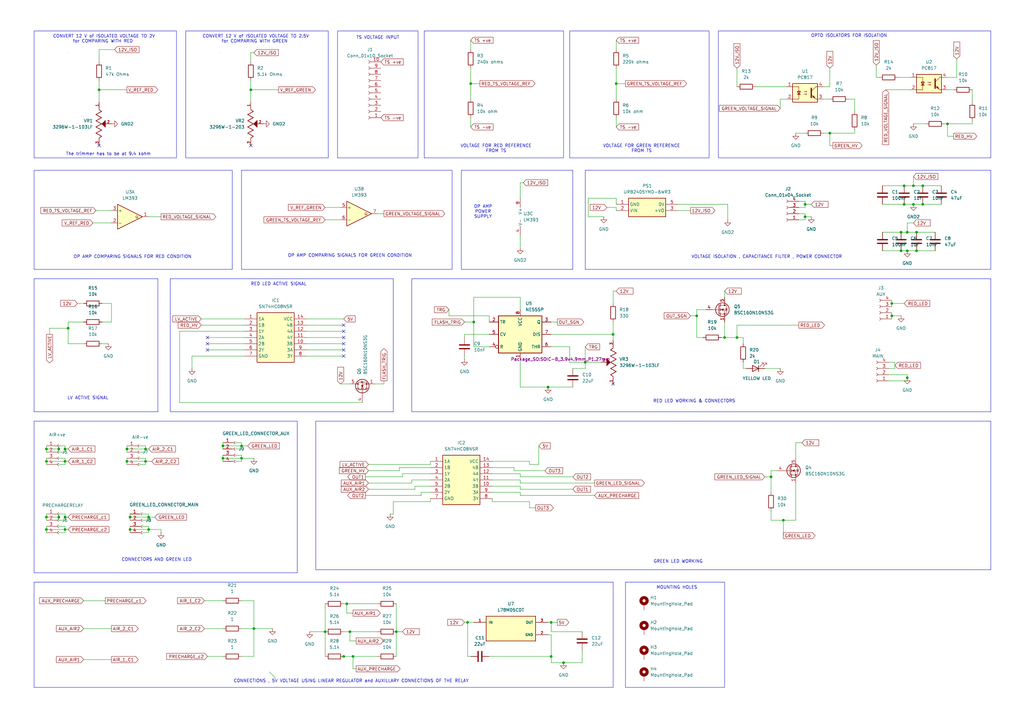
<source format=kicad_sch>
(kicad_sch (version 20250114) (generator "eeschema") (generator_version "9.0")
  (paper "A3")
  (title_block (title "TSAL_EVO1_V1") (date "2025-06-29") (company "ZUURA FORMULA RACING") (comment 2 "DESIGNED BY RUSHANK TALWAR AND SOUMYA RANJAN MOHRANA"))
  (rectangle (start 13.97 238.76) (end 251.46 281.94))
  (rectangle (start 13.97 172.72) (end 121.92 234.95))
  (rectangle (start 294.64 12.7) (end 406.4 64.77))
  (rectangle (start 129.54 172.72) (end 406.4 233.68))
  (rectangle (start 13.97 69.85) (end 95.25 110.49))
  (rectangle (start 189.23 69.85) (end 234.95 110.49))
  (rectangle (start 69.85 114.3) (end 161.29 168.91))
  (rectangle (start 76.2 12.7) (end 134.62 64.77))
  (rectangle (start 13.97 114.3) (end 64.77 168.91))
  (rectangle (start 90.17 21.59) (end 90.17 21.59))
  (rectangle (start 99.06 69.85) (end 185.42 110.49))
  (rectangle (start 233.68 12.7) (end 290.83 64.77))
  (rectangle (start 13.97 12.7) (end 72.39 64.77))
  (rectangle (start 27.94 21.59) (end 27.94 21.59))
  (rectangle (start 168.91 114.3) (end 406.4 168.91))
  (rectangle (start 240.03 69.85) (end 406.4 110.49))
  (rectangle (start 173.99 12.7) (end 231.14 64.77))
  (rectangle (start 256.54 238.76) (end 297.18 281.94))
  (rectangle (start 138.43 12.7) (end 171.45 64.77))
  (text "OPTO ISOLATORS FOR ISOLATION\n" (at 348.234 14.732 0) (effects (font (size 1.27 1.27))))
  (text "VOLTAGE FOR RED REFERENCE\nFROM TS\n" (at 203.454 60.96 0) (effects (font (size 1.27 1.27))))
  (text "TS VOLTAGE INPUT" (at 154.94 15.494 0) (effects (font (size 1.27 1.27))))
  (text "VOLTAGE FOR GREEN REFERENCE\nFROM TS\n" (at 263.144 60.96 0) (effects (font (size 1.27 1.27))))
  (text "OP AMP COMPARING SIGNALS FOR GREEN CONDITION\n" (at 143.51 104.902 0) (effects (font (size 1.27 1.27))))
  (text "CONVERT 12 V of ISOLATED VOLTAGE TO 2V\nfor COMPARING WITH RED " (at 42.672 16.002 0) (effects (font (size 1.27 1.27))))
  (text "GREEN LED WORKING\n" (at 278.13 230.378 0) (effects (font (size 1.27 1.27))))
  (text "CONNECTIONS , 5V VOLTAGE USING LINEAR REGULATOR and AUXILLARY CONNECTIONS OF THE RELAY\n" (at 144.018 279.4 0) (effects (font (size 1.27 1.27))))
  (text "VOLTAGE ISOLATION , CAPACITANCE FILTER , POWER CONNECTOR" (at 314.452 105.41 0) (effects (font (size 1.27 1.27))))
  (text "RED LED ACTIVE SIGNAL" (at 114.3 116.586 0) (effects (font (size 1.27 1.27))))
  (text "LV ACTIVE SIGNAL\n" (at 36.068 163.322 0) (effects (font (size 1.27 1.27))))
  (text "MOUNTING HOLES\n" (at 277.622 241.046 0) (effects (font (size 1.27 1.27))))
  (text "OP AMP\nPOWER\nSUPPLY\n" (at 198.12 86.868 0) (effects (font (size 1.27 1.27))))
  (text "CONVERT 12 V of ISOLATED VOLTAGE TO 2.5V\nfor COMPARING WITH GREEN " (at 104.902 16.002 0) (effects (font (size 1.27 1.27))))
  (text "RED LED WORKING & CONNECTORS" (at 284.734 164.592 0) (effects (font (size 1.27 1.27))))
  (text "The trimmer has to be at 9.4 kohm\n" (at 44.45 63.246 0) (effects (font (size 1.27 1.27))))
  (text "OP AMP COMPARING SIGNALS FOR RED CONDITION\n\n" (at 54.356 106.426 0) (effects (font (size 1.27 1.27))))
  (text "CONNECTORS AND GREEN LED\n" (at 64.262 229.616 0) (effects (font (size 1.27 1.27))))
  (junction (at 240.03 148.59))
  (junction (at 388.62 50.8))
  (junction (at 59.69 184.15))
  (junction (at 302.26 138.43))
  (junction (at 60.96 217.17))
  (junction (at 60.96 212.09))
  (junction (at 370.84 83.82))
  (junction (at 26.67 184.15))
  (junction (at 144.78 269.24))
  (junction (at 59.69 189.23))
  (junction (at 251.46 137.16))
  (junction (at 52.07 189.23))
  (junction (at 91.44 187.96))
  (junction (at 365.76 129.54))
  (junction (at 40.64 36.83))
  (junction (at 193.04 34.29))
  (junction (at 372.11 95.25))
  (junction (at 375.92 102.87))
  (junction (at 26.67 217.17))
  (junction (at 370.84 76.2))
  (junction (at 19.05 184.15))
  (junction (at 53.34 212.09))
  (junction (at 224.79 158.75))
  (junction (at 321.31 213.36))
  (junction (at 52.07 184.15))
  (junction (at 375.92 95.25))
  (junction (at 26.67 212.09))
  (junction (at 252.73 34.29))
  (junction (at 102.87 36.83))
  (junction (at 365.76 124.46))
  (junction (at 330.2 83.82))
  (junction (at 330.2 88.9))
  (junction (at 194.31 132.08))
  (junction (at 285.75 129.54))
  (junction (at 19.05 189.23))
  (junction (at 340.36 54.61))
  (junction (at 372.11 154.94))
  (junction (at 99.06 187.96))
  (junction (at 316.23 195.58))
  (junction (at 27.94 134.62))
  (junction (at 372.11 102.87))
  (junction (at 26.67 189.23))
  (junction (at 19.05 212.09))
  (junction (at 297.18 138.43))
  (junction (at 99.06 182.88))
  (junction (at 226.06 269.24))
  (junction (at 19.05 217.17))
  (junction (at 226.06 255.27))
  (junction (at 374.65 83.82))
  (junction (at 91.44 182.88))
  (junction (at 191.77 255.27))
  (junction (at 24.13 212.09))
  (junction (at 140.97 269.24))
  (junction (at 369.57 102.87))
  (junction (at 369.57 95.25))
  (junction (at 24.13 184.15))
  (junction (at 53.34 217.17))
  (junction (at 374.65 76.2))
  (junction (at 378.46 83.82))
  (junction (at 231.14 271.78))
  (junction (at 162.56 259.08))
  (junction (at 143.51 259.08))
  (junction (at 142.24 247.65))
  (junction (at 133.35 259.08))
  (junction (at 378.46 76.2))
  (junction (at 104.14 257.81))
  (no_connect (at 140.97 146.05))
  (no_connect (at 40.64 59.69))
  (no_connect (at 85.09 138.43))
  (no_connect (at 85.09 140.97))
  (no_connect (at 251.46 157.48))
  (no_connect (at 140.97 140.97))
  (no_connect (at 140.97 135.89))
  (no_connect (at 102.87 59.69))
  (no_connect (at 140.97 138.43))
  (no_connect (at 140.97 133.35))
  (no_connect (at 140.97 143.51))
  (no_connect (at 85.09 143.51))
  (bus_entry (at 110.49 275.59) (size 2.54 2.54))
  (wire (pts (xy 365.76 124.46) (xy 365.76 125.73)))
  (wire (pts (xy 26.67 182.88) (xy 26.67 184.15)))
  (wire (pts (xy 26.67 184.15) (xy 27.94 184.15)))
  (wire (pts (xy 201.93 196.85) (xy 213.36 196.85)))
  (wire (pts (xy 26.67 215.9) (xy 26.67 217.17)))
  (wire (pts (xy 252.73 81.28) (xy 252.73 83.82)))
  (wire (pts (xy 19.05 184.15) (xy 19.05 185.42)))
  (wire (pts (xy 24.13 215.9) (xy 26.67 215.9)))
  (wire (pts (xy 53.34 212.09) (xy 60.96 212.09)))
  (wire (pts (xy 60.96 215.9) (xy 60.96 217.17)))
  (wire (pts (xy 302.26 138.43) (xy 304.8 138.43)))
  (wire (pts (xy 337.82 35.56) (xy 340.36 35.56)))
  (wire (pts (xy 370.84 76.2) (xy 374.65 76.2)))
  (wire (pts (xy 24.13 184.15) (xy 24.13 185.42)))
  (wire (pts (xy 85.09 269.24) (xy 91.44 269.24)))
  (wire (pts (xy 96.52 184.15) (xy 99.06 184.15)))
  (wire (pts (xy 238.76 271.78) (xy 231.14 271.78)))
  (wire (pts (xy 170.18 200.66) (xy 170.18 199.39)))
  (wire (pts (xy 340.36 54.61) (xy 337.82 54.61)))
  (wire (pts (xy 26.67 212.09) (xy 27.94 212.09)))
  (wire (pts (xy 330.2 88.9) (xy 330.2 90.17)))
  (wire (pts (xy 24.13 184.15) (xy 19.05 184.15)))
  (wire (pts (xy 302.26 133.35) (xy 327.66 133.35)))
  (wire (pts (xy 96.52 186.69) (xy 99.06 186.69)))
  (wire (pts (xy 24.13 212.09) (xy 19.05 212.09)))
  (wire (pts (xy 234.95 151.13) (xy 240.03 151.13)))
  (wire (pts (xy 114.3 36.83) (xy 102.87 36.83)))
  (wire (pts (xy 200.66 269.24) (xy 226.06 269.24)))
  (wire (pts (xy 142.24 251.46) (xy 142.24 247.65)))
  (wire (pts (xy 163.83 193.04) (xy 163.83 191.77)))
  (wire (pts (xy 57.15 190.5) (xy 59.69 190.5)))
  (wire (pts (xy 297.18 119.38) (xy 297.18 121.92)))
  (wire (pts (xy 361.95 76.2) (xy 370.84 76.2)))
  (wire (pts (xy 40.64 36.83) (xy 40.64 41.91)))
  (wire (pts (xy 53.34 217.17) (xy 53.34 218.44)))
  (wire (pts (xy 52.07 184.15) (xy 52.07 185.42)))
  (wire (pts (xy 251.46 119.38) (xy 251.46 124.46)))
  (wire (pts (xy 220.98 190.5) (xy 217.17 190.5)))
  (wire (pts (xy 91.44 186.69) (xy 91.44 187.96)))
  (wire (pts (xy 210.82 193.04) (xy 223.52 193.04)))
  (wire (pts (xy 140.97 269.24) (xy 144.78 269.24)))
  (wire (pts (xy 201.93 205.74) (xy 217.17 205.74)))
  (wire (pts (xy 139.7 269.24) (xy 140.97 269.24)))
  (wire (pts (xy 196.85 34.29) (xy 193.04 34.29)))
  (wire (pts (xy 226.06 269.24) (xy 226.06 271.78)))
  (wire (pts (xy 330.2 87.63) (xy 330.2 88.9)))
  (wire (pts (xy 337.82 40.64) (xy 340.36 40.64)))
  (wire (pts (xy 53.34 217.17) (xy 60.96 217.17)))
  (wire (pts (xy 53.34 210.82) (xy 53.34 212.09)))
  (wire (pts (xy 143.51 262.89) (xy 143.51 259.08)))
  (wire (pts (xy 170.18 199.39) (xy 176.53 199.39)))
  (wire (pts (xy 157.48 156.21) (xy 157.48 157.48)))
  (wire (pts (xy 31.75 124.46) (xy 34.29 124.46)))
  (wire (pts (xy 26.67 187.96) (xy 26.67 189.23)))
  (wire (pts (xy 149.86 195.58) (xy 165.1 195.58)))
  (wire (pts (xy 78.74 151.13) (xy 78.74 146.05)))
  (wire (pts (xy 238.76 266.7) (xy 238.76 271.78)))
  (wire (pts (xy 226.06 255.27) (xy 226.06 259.08)))
  (wire (pts (xy 213.36 158.75) (xy 224.79 158.75)))
  (wire (pts (xy 361.95 95.25) (xy 369.57 95.25)))
  (wire (pts (xy 372.11 102.87) (xy 375.92 102.87)))
  (wire (pts (xy 330.2 88.9) (xy 332.74 88.9)))
  (wire (pts (xy 19.05 212.09) (xy 19.05 213.36)))
  (wire (pts (xy 285.75 138.43) (xy 288.29 138.43)))
  (wire (pts (xy 157.48 157.48) (xy 153.67 157.48)))
  (wire (pts (xy 165.1 195.58) (xy 165.1 194.31)))
  (wire (pts (xy 304.8 138.43) (xy 304.8 140.97)))
  (wire (pts (xy 133.35 90.17) (xy 139.7 90.17)))
  (wire (pts (xy 372.11 156.21) (xy 372.11 154.94)))
  (wire (pts (xy 304.8 148.59) (xy 304.8 151.13)))
  (wire (pts (xy 247.65 88.9) (xy 241.3 88.9)))
  (wire (pts (xy 213.36 96.52) (xy 213.36 101.6)))
  (wire (pts (xy 226.06 255.27) (xy 228.6 255.27)))
  (wire (pts (xy 375.92 102.87) (xy 383.54 102.87)))
  (wire (pts (xy 19.05 210.82) (xy 19.05 212.09)))
  (wire (pts (xy 83.82 257.81) (xy 91.44 257.81)))
  (wire (pts (xy 240.03 151.13) (xy 240.03 148.59)))
  (wire (pts (xy 193.04 48.26) (xy 193.04 52.07)))
  (wire (pts (xy 309.88 35.56) (xy 322.58 35.56)))
  (wire (pts (xy 374.65 76.2) (xy 378.46 76.2)))
  (wire (pts (xy 194.31 142.24) (xy 200.66 142.24)))
  (wire (pts (xy 19.05 187.96) (xy 19.05 189.23)))
  (wire (pts (xy 83.82 246.38) (xy 91.44 246.38)))
  (wire (pts (xy 388.62 36.83) (xy 391.16 36.83)))
  (wire (pts (xy 26.67 212.09) (xy 26.67 213.36)))
  (wire (pts (xy 365.76 128.27) (xy 365.76 129.54)))
  (wire (pts (xy 347.98 40.64) (xy 350.52 40.64)))
  (wire (pts (xy 316.23 195.58) (xy 316.23 193.04)))
  (wire (pts (xy 213.36 196.85) (xy 213.36 198.12)))
  (wire (pts (xy 59.69 189.23) (xy 62.23 189.23)))
  (wire (pts (xy 327.66 85.09) (xy 330.2 85.09)))
  (wire (pts (xy 285.75 127) (xy 289.56 127)))
  (wire (pts (xy 104.14 257.81) (xy 111.76 257.81)))
  (wire (pts (xy 125.73 130.81) (xy 140.97 130.81)))
  (wire (pts (xy 378.46 76.2) (xy 386.08 76.2)))
  (wire (pts (xy 340.36 54.61) (xy 340.36 59.69)))
  (wire (pts (xy 139.7 157.48) (xy 143.51 157.48)))
  (wire (pts (xy 99.06 186.69) (xy 99.06 187.96)))
  (wire (pts (xy 27.94 132.08) (xy 27.94 134.62)))
  (wire (pts (xy 364.49 151.13) (xy 367.03 151.13)))
  (wire (pts (xy 96.52 181.61) (xy 99.06 181.61)))
  (wire (pts (xy 73.66 165.1) (xy 73.66 135.89)))
  (wire (pts (xy 217.17 189.23) (xy 217.17 190.5)))
  (wire (pts (xy 369.57 95.25) (xy 372.11 95.25)))
  (wire (pts (xy 372.11 153.67) (xy 372.11 154.94)))
  (wire (pts (xy 256.54 34.29) (xy 252.73 34.29)))
  (wire (pts (xy 350.52 53.34) (xy 350.52 54.61)))
  (wire (pts (xy 59.69 187.96) (xy 59.69 189.23)))
  (wire (pts (xy 240.03 142.24) (xy 240.03 148.59)))
  (wire (pts (xy 388.62 31.75) (xy 392.43 31.75)))
  (wire (pts (xy 58.42 218.44) (xy 60.96 218.44)))
  (wire (pts (xy 144.78 251.46) (xy 142.24 251.46)))
  (wire (pts (xy 45.72 132.08) (xy 41.91 132.08)))
  (wire (pts (xy 330.2 83.82) (xy 330.2 85.09)))
  (wire (pts (xy 57.15 187.96) (xy 59.69 187.96)))
  (wire (pts (xy 252.73 48.26) (xy 252.73 52.07)))
  (wire (pts (xy 161.29 210.82) (xy 161.29 205.74)))
  (wire (pts (xy 91.44 187.96) (xy 99.06 187.96)))
  (wire (pts (xy 140.97 247.65) (xy 142.24 247.65)))
  (wire (pts (xy 213.36 127) (xy 213.36 121.92)))
  (wire (pts (xy 52.07 189.23) (xy 52.07 190.5)))
  (wire (pts (xy 297.18 138.43) (xy 302.26 138.43)))
  (wire (pts (xy 144.78 274.32) (xy 144.78 269.24)))
  (wire (pts (xy 26.67 217.17) (xy 26.67 218.44)))
  (wire (pts (xy 78.74 146.05) (xy 100.33 146.05)))
  (wire (pts (xy 162.56 259.08) (xy 162.56 269.24)))
  (wire (pts (xy 24.13 218.44) (xy 26.67 218.44)))
  (wire (pts (xy 176.53 205.74) (xy 176.53 204.47)))
  (wire (pts (xy 320.04 40.64) (xy 322.58 40.64)))
  (wire (pts (xy 327.66 90.17) (xy 330.2 90.17)))
  (wire (pts (xy 391.16 55.88) (xy 388.62 55.88)))
  (wire (pts (xy 364.49 156.21) (xy 372.11 156.21)))
  (wire (pts (xy 359.41 31.75) (xy 360.68 31.75)))
  (wire (pts (xy 194.31 132.08) (xy 194.31 142.24)))
  (wire (pts (xy 359.41 26.67) (xy 359.41 31.75)))
  (wire (pts (xy 213.36 194.31) (xy 213.36 195.58)))
  (wire (pts (xy 341.63 59.69) (xy 340.36 59.69)))
  (wire (pts (xy 133.35 247.65) (xy 133.35 259.08)))
  (wire (pts (xy 365.76 123.19) (xy 365.76 124.46)))
  (wire (pts (xy 151.13 200.66) (xy 170.18 200.66)))
  (wire (pts (xy 125.73 133.35) (xy 140.97 133.35)))
  (wire (pts (xy 19.05 189.23) (xy 26.67 189.23)))
  (wire (pts (xy 66.04 88.9) (xy 60.96 88.9)))
  (wire (pts (xy 398.78 36.83) (xy 398.78 41.91)))
  (wire (pts (xy 226.06 259.08) (xy 238.76 259.08)))
  (wire (pts (xy 91.44 181.61) (xy 91.44 182.88)))
  (wire (pts (xy 20.32 137.16) (xy 20.32 134.62)))
  (wire (pts (xy 162.56 247.65) (xy 162.56 259.08)))
  (wire (pts (xy 60.96 217.17) (xy 66.04 217.17)))
  (wire (pts (xy 52.07 36.83) (xy 40.64 36.83)))
  (wire (pts (xy 160.02 210.82) (xy 161.29 210.82)))
  (wire (pts (xy 99.06 182.88) (xy 99.06 184.15)))
  (wire (pts (xy 127 259.08) (xy 133.35 259.08)))
  (wire (pts (xy 60.96 217.17) (xy 60.96 218.44)))
  (wire (pts (xy 302.26 27.94) (xy 302.26 35.56)))
  (wire (pts (xy 27.94 140.97) (xy 34.29 140.97)))
  (wire (pts (xy 340.36 35.56) (xy 340.36 27.94)))
  (wire (pts (xy 125.73 143.51) (xy 140.97 143.51)))
  (wire (pts (xy 59.69 184.15) (xy 60.96 184.15)))
  (wire (pts (xy 233.68 148.59) (xy 240.03 148.59)))
  (wire (pts (xy 172.72 203.2) (xy 172.72 201.93)))
  (wire (pts (xy 53.34 212.09) (xy 53.34 213.36)))
  (wire (pts (xy 20.32 134.62) (xy 27.94 134.62)))
  (wire (pts (xy 251.46 137.16) (xy 251.46 139.7)))
  (wire (pts (xy 26.67 189.23) (xy 27.94 189.23)))
  (wire (pts (xy 125.73 140.97) (xy 140.97 140.97)))
  (wire (pts (xy 85.09 138.43) (xy 100.33 138.43)))
  (wire (pts (xy 40.64 20.32) (xy 46.99 20.32)))
  (wire (pts (xy 252.73 85.09) (xy 252.73 86.36)))
  (wire (pts (xy 45.72 270.51) (xy 34.29 270.51)))
  (wire (pts (xy 372.11 95.25) (xy 375.92 95.25)))
  (wire (pts (xy 102.87 33.02) (xy 102.87 36.83)))
  (wire (pts (xy 140.97 259.08) (xy 143.51 259.08)))
  (wire (pts (xy 327.66 87.63) (xy 330.2 87.63)))
  (wire (pts (xy 201.93 191.77) (xy 210.82 191.77)))
  (wire (pts (xy 361.95 102.87) (xy 369.57 102.87)))
  (wire (pts (xy 45.72 257.81) (xy 34.29 257.81)))
  (wire (pts (xy 278.13 86.36) (xy 283.21 86.36)))
  (wire (pts (xy 374.65 50.8) (xy 379.73 50.8)))
  (wire (pts (xy 332.74 83.82) (xy 330.2 83.82)))
  (wire (pts (xy 363.22 36.83) (xy 373.38 36.83)))
  (wire (pts (xy 302.26 138.43) (xy 302.26 133.35)))
  (wire (pts (xy 278.13 83.82) (xy 298.45 83.82)))
  (wire (pts (xy 165.1 194.31) (xy 176.53 194.31)))
  (wire (pts (xy 361.95 83.82) (xy 370.84 83.82)))
  (wire (pts (xy 24.13 182.88) (xy 26.67 182.88)))
  (wire (pts (xy 350.52 40.64) (xy 350.52 45.72)))
  (wire (pts (xy 40.64 25.4) (xy 40.64 20.32)))
  (wire (pts (xy 392.43 31.75) (xy 392.43 24.13)))
  (wire (pts (xy 210.82 191.77) (xy 210.82 193.04)))
  (wire (pts (xy 364.49 153.67) (xy 372.11 153.67)))
  (wire (pts (xy 104.14 257.81) (xy 99.06 257.81)))
  (wire (pts (xy 252.73 16.51) (xy 252.73 20.32)))
  (wire (pts (xy 102.87 21.59) (xy 104.14 21.59)))
  (wire (pts (xy 191.77 255.27) (xy 191.77 269.24)))
  (wire (pts (xy 59.69 184.15) (xy 59.69 185.42)))
  (wire (pts (xy 58.42 213.36) (xy 60.96 213.36)))
  (wire (pts (xy 58.42 215.9) (xy 60.96 215.9)))
  (wire (pts (xy 45.72 124.46) (xy 45.72 132.08)))
  (wire (pts (xy 316.23 209.55) (xy 316.23 213.36)))
  (wire (pts (xy 328.93 181.61) (xy 326.39 181.61)))
  (wire (pts (xy 26.67 189.23) (xy 26.67 190.5)))
  (wire (pts (xy 327.66 82.55) (xy 330.2 82.55)))
  (wire (pts (xy 226.06 271.78) (xy 231.14 271.78)))
  (wire (pts (xy 24.13 182.88) (xy 24.13 184.15)))
  (wire (pts (xy 163.83 191.77) (xy 176.53 191.77)))
  (wire (pts (xy 190.5 255.27) (xy 191.77 255.27)))
  (wire (pts (xy 226.06 260.35) (xy 224.79 260.35)))
  (wire (pts (xy 19.05 189.23) (xy 19.05 190.5)))
  (wire (pts (xy 191.77 269.24) (xy 193.04 269.24)))
  (wire (pts (xy 57.15 185.42) (xy 59.69 185.42)))
  (wire (pts (xy 24.13 190.5) (xy 26.67 190.5)))
  (wire (pts (xy 24.13 213.36) (xy 26.67 213.36)))
  (wire (pts (xy 252.73 27.94) (xy 252.73 34.29)))
  (wire (pts (xy 285.75 129.54) (xy 285.75 138.43)))
  (wire (pts (xy 172.72 201.93) (xy 176.53 201.93)))
  (wire (pts (xy 73.66 135.89) (xy 100.33 135.89)))
  (wire (pts (xy 201.93 194.31) (xy 213.36 194.31)))
  (wire (pts (xy 60.96 212.09) (xy 63.5 212.09)))
  (wire (pts (xy 201.93 204.47) (xy 201.93 205.74)))
  (wire (pts (xy 190.5 138.43) (xy 190.5 137.16)))
  (wire (pts (xy 24.13 210.82) (xy 24.13 212.09)))
  (wire (pts (xy 146.05 262.89) (xy 143.51 262.89)))
  (wire (pts (xy 200.66 129.54) (xy 200.66 132.08)))
  (wire (pts (xy 213.36 198.12) (xy 243.84 198.12)))
  (wire (pts (xy 41.91 124.46) (xy 45.72 124.46)))
  (wire (pts (xy 367.03 148.59) (xy 367.03 151.13)))
  (wire (pts (xy 369.57 102.87) (xy 372.11 102.87)))
  (wire (pts (xy 104.14 257.81) (xy 104.14 269.24)))
  (wire (pts (xy 283.21 129.54) (xy 285.75 129.54)))
  (wire (pts (xy 151.13 198.12) (xy 168.91 198.12)))
  (wire (pts (xy 365.76 124.46) (xy 370.84 124.46)))
  (wire (pts (xy 24.13 210.82) (xy 26.67 210.82)))
  (wire (pts (xy 224.79 158.75) (xy 234.95 158.75)))
  (wire (pts (xy 52.07 184.15) (xy 59.69 184.15)))
  (wire (pts (xy 99.06 181.61) (xy 99.06 182.88)))
  (wire (pts (xy 194.31 121.92) (xy 194.31 132.08)))
  (wire (pts (xy 38.1 91.44) (xy 45.72 91.44)))
  (wire (pts (xy 102.87 36.83) (xy 102.87 41.91)))
  (wire (pts (xy 321.31 213.36) (xy 321.31 219.71)))
  (wire (pts (xy 321.31 213.36) (xy 326.39 213.36)))
  (wire (pts (xy 226.06 142.24) (xy 233.68 142.24)))
  (wire (pts (xy 226.06 260.35) (xy 226.06 269.24)))
  (wire (pts (xy 370.84 83.82) (xy 374.65 83.82)))
  (wire (pts (xy 326.39 181.61) (xy 326.39 187.96)))
  (wire (pts (xy 241.3 81.28) (xy 252.73 81.28)))
  (wire (pts (xy 190.5 146.05) (xy 190.5 147.32)))
  (wire (pts (xy 99.06 182.88) (xy 101.6 182.88)))
  (wire (pts (xy 374.65 91.44) (xy 372.11 91.44)))
  (wire (pts (xy 52.07 187.96) (xy 52.07 189.23)))
  (wire (pts (xy 297.18 138.43) (xy 295.91 138.43)))
  (wire (pts (xy 374.65 72.39) (xy 374.65 76.2)))
  (wire (pts (xy 34.29 132.08) (xy 27.94 132.08)))
  (wire (pts (xy 162.56 259.08) (xy 165.1 259.08)))
  (wire (pts (xy 91.44 182.88) (xy 91.44 184.15)))
  (wire (pts (xy 241.3 88.9) (xy 241.3 81.28)))
  (wire (pts (xy 104.14 246.38) (xy 104.14 257.81)))
  (wire (pts (xy 144.78 269.24) (xy 154.94 269.24)))
  (wire (pts (xy 217.17 208.28) (xy 217.17 205.74)))
  (wire (pts (xy 19.05 217.17) (xy 26.67 217.17)))
  (wire (pts (xy 26.67 217.17) (xy 27.94 217.17)))
  (wire (pts (xy 201.93 199.39) (xy 213.36 199.39)))
  (wire (pts (xy 27.94 134.62) (xy 27.94 140.97)))
  (wire (pts (xy 52.07 189.23) (xy 59.69 189.23)))
  (wire (pts (xy 252.73 119.38) (xy 251.46 119.38)))
  (wire (pts (xy 224.79 255.27) (xy 226.06 255.27)))
  (wire (pts (xy 285.75 129.54) (xy 285.75 127)))
  (wire (pts (xy 59.69 182.88) (xy 59.69 184.15)))
  (wire (pts (xy 350.52 54.61) (xy 340.36 54.61)))
  (wire (pts (xy 154.94 87.63) (xy 157.48 87.63)))
  (wire (pts (xy 96.52 189.23) (xy 99.06 189.23)))
  (wire (pts (xy 213.36 121.92) (xy 194.31 121.92)))
  (wire (pts (xy 190.5 137.16) (xy 200.66 137.16)))
  (wire (pts (xy 91.44 182.88) (xy 99.06 182.88)))
  (wire (pts (xy 168.91 198.12) (xy 168.91 196.85)))
  (wire (pts (xy 60.96 210.82) (xy 60.96 212.09)))
  (wire (pts (xy 59.69 189.23) (xy 59.69 190.5)))
  (wire (pts (xy 26.67 210.82) (xy 26.67 212.09)))
  (wire (pts (xy 184.15 127) (xy 184.15 129.54)))
  (wire (pts (xy 24.13 185.42) (xy 26.67 185.42)))
  (wire (pts (xy 316.23 193.04) (xy 318.77 193.04)))
  (wire (pts (xy 298.45 83.82) (xy 298.45 90.17)))
  (wire (pts (xy 313.69 151.13) (xy 320.04 151.13)))
  (wire (pts (xy 102.87 25.4) (xy 102.87 21.59)))
  (wire (pts (xy 99.06 187.96) (xy 104.14 187.96)))
  (wire (pts (xy 40.64 33.02) (xy 40.64 36.83)))
  (wire (pts (xy 191.77 255.27) (xy 194.31 255.27)))
  (wire (pts (xy 213.36 195.58) (xy 234.95 195.58)))
  (wire (pts (xy 60.96 212.09) (xy 60.96 213.36)))
  (wire (pts (xy 146.05 274.32) (xy 144.78 274.32)))
  (wire (pts (xy 24.13 187.96) (xy 26.67 187.96)))
  (wire (pts (xy 82.55 130.81) (xy 100.33 130.81)))
  (wire (pts (xy 151.13 193.04) (xy 163.83 193.04)))
  (wire (pts (xy 316.23 213.36) (xy 321.31 213.36)))
  (wire (pts (xy 378.46 83.82) (xy 386.08 83.82)))
  (wire (pts (xy 19.05 184.15) (xy 19.05 182.88)))
  (wire (pts (xy 213.36 203.2) (xy 243.84 203.2)))
  (wire (pts (xy 53.34 215.9) (xy 53.34 217.17)))
  (wire (pts (xy 365.76 129.54) (xy 365.76 130.81)))
  (wire (pts (xy 104.14 269.24) (xy 99.06 269.24)))
  (wire (pts (xy 226.06 137.16) (xy 251.46 137.16)))
  (wire (pts (xy 39.37 86.36) (xy 45.72 86.36)))
  (wire (pts (xy 252.73 34.29) (xy 252.73 40.64)))
  (wire (pts (xy 368.3 31.75) (xy 373.38 31.75)))
  (wire (pts (xy 142.24 247.65) (xy 154.94 247.65)))
  (wire (pts (xy 168.91 196.85) (xy 176.53 196.85)))
  (wire (pts (xy 372.11 91.44) (xy 372.11 95.25)))
  (wire (pts (xy 330.2 82.55) (xy 330.2 83.82)))
  (wire (pts (xy 201.93 189.23) (xy 217.17 189.23)))
  (wire (pts (xy 133.35 259.08) (xy 133.35 269.24)))
  (wire (pts (xy 148.59 165.1) (xy 73.66 165.1)))
  (wire (pts (xy 66.04 217.17) (xy 66.04 218.44)))
  (wire (pts (xy 143.51 259.08) (xy 154.94 259.08)))
  (wire (pts (xy 219.71 208.28) (xy 217.17 208.28)))
  (wire (pts (xy 364.49 148.59) (xy 367.03 148.59)))
  (wire (pts (xy 213.36 201.93) (xy 213.36 203.2)))
  (wire (pts (xy 26.67 184.15) (xy 26.67 185.42)))
  (wire (pts (xy 82.55 133.35) (xy 100.33 133.35)))
  (wire (pts (xy 19.05 217.17) (xy 19.05 218.44)))
  (wire (pts (xy 99.06 246.38) (xy 104.14 246.38)))
  (wire (pts (xy 320.04 44.45) (xy 320.04 40.64)))
  (wire (pts (xy 316.23 195.58) (xy 316.23 201.93)))
  (wire (pts (xy 388.62 50.8) (xy 398.78 50.8)))
  (wire (pts (xy 57.15 182.88) (xy 59.69 182.88)))
  (wire (pts (xy 125.73 135.89) (xy 140.97 135.89)))
  (wire (pts (xy 375.92 95.25) (xy 383.54 95.25)))
  (wire (pts (xy 297.18 132.08) (xy 297.18 138.43)))
  (wire (pts (xy 193.04 16.51) (xy 193.04 20.32)))
  (wire (pts (xy 201.93 201.93) (xy 213.36 201.93)))
  (wire (pts (xy 398.78 49.53) (xy 398.78 50.8)))
  (wire (pts (xy 43.18 246.38) (xy 34.29 246.38)))
  (wire (pts (xy 251.46 132.08) (xy 251.46 137.16)))
  (wire (pts (xy 58.42 210.82) (xy 60.96 210.82)))
  (wire (pts (xy 149.86 203.2) (xy 172.72 203.2)))
  (wire (pts (xy 19.05 215.9) (xy 19.05 217.17)))
  (wire (pts (xy 374.65 83.82) (xy 378.46 83.82)))
  (wire (pts (xy 220.98 182.88) (xy 220.98 190.5)))
  (wire (pts (xy 226.06 132.08) (xy 228.6 132.08)))
  (wire (pts (xy 151.13 190.5) (xy 176.53 190.5)))
  (wire (pts (xy 388.62 55.88) (xy 388.62 50.8)))
  (wire (pts (xy 184.15 129.54) (xy 200.66 129.54)))
  (wire (pts (xy 213.36 147.32) (xy 213.36 158.75)))
  (wire (pts (xy 304.8 151.13) (xy 306.07 151.13)))
  (wire (pts (xy 326.39 213.36) (xy 326.39 198.12)))
  (wire (pts (xy 213.36 200.66) (xy 234.95 200.66)))
  (wire (pts (xy 85.09 143.51) (xy 100.33 143.51)))
  (wire (pts (xy 248.92 85.09) (xy 252.73 85.09)))
  (wire (pts (xy 24.13 212.09) (xy 24.13 213.36)))
  (wire (pts (xy 233.68 142.24) (xy 233.68 148.59)))
  (wire (pts (xy 193.04 34.29) (xy 193.04 40.64)))
  (wire (pts (xy 52.07 182.88) (xy 52.07 184.15)))
  (wire (pts (xy 125.73 146.05) (xy 140.97 146.05)))
  (wire (pts (xy 213.36 74.93) (xy 214.63 74.93)))
  (wire (pts (xy 365.76 129.54) (xy 369.57 129.54)))
  (wire (pts (xy 125.73 138.43) (xy 140.97 138.43)))
  (wire (pts (xy 193.04 27.94) (xy 193.04 34.29)))
  (wire (pts (xy 176.53 190.5) (xy 176.53 189.23)))
  (wire (pts (xy 213.36 81.28) (xy 213.36 74.93)))
  (wire (pts (xy 326.39 54.61) (xy 330.2 54.61)))
  (wire (pts (xy 99.06 187.96) (xy 99.06 189.23)))
  (wire (pts (xy 240.03 148.59) (xy 246.38 148.59)))
  (wire (pts (xy 85.09 140.97) (xy 100.33 140.97)))
  (wire (pts (xy 190.5 132.08) (xy 194.31 132.08)))
  (wire (pts (xy 161.29 205.74) (xy 176.53 205.74)))
  (wire (pts (xy 213.36 199.39) (xy 213.36 200.66)))
  (wire (pts (xy 313.69 195.58) (xy 316.23 195.58)))
  (wire (pts (xy 91.44 187.96) (xy 91.44 189.23)))
  (wire (pts (xy 133.35 85.09) (xy 139.7 85.09)))
  (wire (pts (xy 41.91 140.97) (xy 44.45 140.97)))
  (wire (pts (xy 387.35 50.8) (xy 388.62 50.8)))
  (global_label "12V " (shape input) (at 165.1 259.08 0) (property "Intersheetrefs" "${INTERSHEET_REFS}" (effects (hide yes))))
  (global_label "PRECHARGE_c2" (shape input) (at 27.94 217.17 0) (property "Intersheetrefs" "${INTERSHEET_REFS}" (effects (hide yes))))
  (global_label "RED_TS_VOLTAGE_REF" (shape input) (at 39.37 86.36 180) (property "Intersheetrefs" "${INTERSHEET_REFS}" (effects (hide yes))))
  (global_label "GREEN_HV" (shape output) (at 341.63 59.69 0) (property "Intersheetrefs" "${INTERSHEET_REFS}" (effects (hide yes))))
  (global_label "TS -ve" (shape input) (at 252.73 52.07 0) (property "Intersheetrefs" "${INTERSHEET_REFS}" (effects (hide yes))))
  (global_label "AUX_PRECHARGE" (shape input) (at 34.29 246.38 180) (property "Intersheetrefs" "${INTERSHEET_REFS}" (effects (hide yes))))
  (global_label "RED_HV" (shape output) (at 391.16 55.88 0) (property "Intersheetrefs" "${INTERSHEET_REFS}" (effects (hide yes))))
  (global_label "12V " (shape input) (at 332.74 83.82 0) (property "Intersheetrefs" "${INTERSHEET_REFS}" (effects (hide yes))))
  (global_label "12V " (shape input) (at 139.7 157.48 90) (property "Intersheetrefs" "${INTERSHEET_REFS}" (effects (hide yes))))
  (global_label "AUX_AIR1" (shape input) (at 34.29 270.51 180) (property "Intersheetrefs" "${INTERSHEET_REFS}" (effects (hide yes))))
  (global_label "12V " (shape input) (at 31.75 124.46 180) (property "Intersheetrefs" "${INTERSHEET_REFS}" (effects (hide yes))))
  (global_label "GREEN_HV" (shape input) (at 151.13 193.04 180) (property "Intersheetrefs" "${INTERSHEET_REFS}" (effects (hide yes))))
  (global_label "OUT3" (shape output) (at 219.71 208.28 0) (property "Intersheetrefs" "${INTERSHEET_REFS}" (effects (hide yes))))
  (global_label "PRECHARGE_c1" (shape input) (at 27.94 212.09 0) (property "Intersheetrefs" "${INTERSHEET_REFS}" (effects (hide yes))))
  (global_label "V_REF_GREEN" (shape output) (at 114.3 36.83 0) (property "Intersheetrefs" "${INTERSHEET_REFS}" (effects (hide yes))))
  (global_label "AUX_AIR1" (shape output) (at 144.78 251.46 0) (property "Intersheetrefs" "${INTERSHEET_REFS}" (effects (hide yes))))
  (global_label "RED_LED" (shape output) (at 327.66 133.35 0) (property "Intersheetrefs" "${INTERSHEET_REFS}" (effects (hide yes))))
  (global_label "12V_ISO" (shape input) (at 374.65 72.39 0) (property "Intersheetrefs" "${INTERSHEET_REFS}" (effects (hide yes))))
  (global_label "LV_ACTIVE" (shape output) (at 20.32 137.16 270) (property "Intersheetrefs" "${INTERSHEET_REFS}" (effects (hide yes))))
  (global_label "AIR_1_C1" (shape input) (at 27.94 184.15 0) (property "Intersheetrefs" "${INTERSHEET_REFS}" (effects (hide yes))))
  (global_label "AUX_AIR2" (shape input) (at 34.29 257.81 180) (property "Intersheetrefs" "${INTERSHEET_REFS}" (effects (hide yes))))
  (global_label "12V_ISO" (shape input) (at 214.63 74.93 0) (property "Intersheetrefs" "${INTERSHEET_REFS}" (effects (hide yes))))
  (global_label "TS +ve" (shape input) (at 193.04 16.51 0) (property "Intersheetrefs" "${INTERSHEET_REFS}" (effects (hide yes))))
  (global_label "OUT1" (shape input) (at 234.95 200.66 0) (property "Intersheetrefs" "${INTERSHEET_REFS}" (effects (hide yes))))
  (global_label "LV_ACTIVE" (shape input) (at 82.55 130.81 180) (property "Intersheetrefs" "${INTERSHEET_REFS}" (effects (hide yes))))
  (global_label "GREEN_LED" (shape output) (at 321.31 219.71 0) (property "Intersheetrefs" "${INTERSHEET_REFS}" (effects (hide yes))))
  (global_label "TS -ve" (shape input) (at 193.04 52.07 0) (property "Intersheetrefs" "${INTERSHEET_REFS}" (effects (hide yes))))
  (global_label "12V_ISO" (shape input) (at 104.14 21.59 0) (property "Intersheetrefs" "${INTERSHEET_REFS}" (effects (hide yes))))
  (global_label "OUT2" (shape input) (at 234.95 195.58 0) (property "Intersheetrefs" "${INTERSHEET_REFS}" (effects (hide yes))))
  (global_label "RED_VOLTAGE_SIGNAL" (shape output) (at 66.04 88.9 0) (property "Intersheetrefs" "${INTERSHEET_REFS}" (effects (hide yes))))
  (global_label "AIR_1_C2" (shape input) (at 83.82 246.38 180) (property "Intersheetrefs" "${INTERSHEET_REFS}" (effects (hide yes))))
  (global_label "12V " (shape input) (at 297.18 119.38 0) (property "Intersheetrefs" "${INTERSHEET_REFS}" (effects (hide yes))))
  (global_label "TRG" (shape input) (at 184.15 127 180) (property "Intersheetrefs" "${INTERSHEET_REFS}" (effects (hide yes))))
  (global_label "GREEN_LED" (shape input) (at 63.5 212.09 0) (property "Intersheetrefs" "${INTERSHEET_REFS}" (effects (hide yes))))
  (global_label "OUT3" (shape input) (at 223.52 193.04 0) (property "Intersheetrefs" "${INTERSHEET_REFS}" (effects (hide yes))))
  (global_label "AUX_PRECHARGE" (shape input) (at 243.84 203.2 0) (property "Intersheetrefs" "${INTERSHEET_REFS}" (effects (hide yes))))
  (global_label "12V " (shape input) (at 190.5 255.27 180) (property "Intersheetrefs" "${INTERSHEET_REFS}" (effects (hide yes))))
  (global_label "12V " (shape input) (at 374.65 91.44 0) (property "Intersheetrefs" "${INTERSHEET_REFS}" (effects (hide yes))))
  (global_label "TS -ve" (shape input) (at 156.21 48.26 0) (property "Intersheetrefs" "${INTERSHEET_REFS}" (effects (hide yes))))
  (global_label "RED_TS_VOLTAGE_REF" (shape output) (at 196.85 34.29 0) (property "Intersheetrefs" "${INTERSHEET_REFS}" (effects (hide yes))))
  (global_label "AIR_2_C2" (shape input) (at 62.23 189.23 0) (property "Intersheetrefs" "${INTERSHEET_REFS}" (effects (hide yes))))
  (global_label "LV_ACTIVE" (shape input) (at 151.13 190.5 180) (property "Intersheetrefs" "${INTERSHEET_REFS}" (effects (hide yes))))
  (global_label "GREEN_VOLTAGE_SIGNAL" (shape input) (at 320.04 44.45 180) (property "Intersheetrefs" "${INTERSHEET_REFS}" (effects (hide yes))))
  (global_label "PRECHARGE_c1" (shape output) (at 43.18 246.38 0) (property "Intersheetrefs" "${INTERSHEET_REFS}" (effects (hide yes))))
  (global_label "12V " (shape input) (at 328.93 181.61 0) (property "Intersheetrefs" "${INTERSHEET_REFS}" (effects (hide yes))))
  (global_label "RED_LED" (shape input) (at 367.03 149.86 0) (property "Intersheetrefs" "${INTERSHEET_REFS}" (effects (hide yes))))
  (global_label "V_REF_GREEN" (shape input) (at 133.35 85.09 180) (property "Intersheetrefs" "${INTERSHEET_REFS}" (effects (hide yes))))
  (global_label "GREEN_LED_SIGNAL" (shape output) (at 243.84 198.12 0) (property "Intersheetrefs" "${INTERSHEET_REFS}" (effects (hide yes))))
  (global_label "OUT_SGN" (shape input) (at 283.21 129.54 180) (property "Intersheetrefs" "${INTERSHEET_REFS}" (effects (hide yes))))
  (global_label "TRG" (shape input) (at 240.03 142.24 0) (property "Intersheetrefs" "${INTERSHEET_REFS}" (effects (hide yes))))
  (global_label "AUX_AIR2" (shape output) (at 146.05 262.89 0) (property "Intersheetrefs" "${INTERSHEET_REFS}" (effects (hide yes))))
  (global_label "PRECHARGE_c2" (shape input) (at 85.09 269.24 180) (property "Intersheetrefs" "${INTERSHEET_REFS}" (effects (hide yes))))
  (global_label "AIR_2_C1" (shape output) (at 45.72 257.81 0) (property "Intersheetrefs" "${INTERSHEET_REFS}" (effects (hide yes))))
  (global_label "OUT2" (shape output) (at 149.86 203.2 180) (property "Intersheetrefs" "${INTERSHEET_REFS}" (effects (hide yes))))
  (global_label "5V" (shape output) (at 228.6 255.27 0) (property "Intersheetrefs" "${INTERSHEET_REFS}" (effects (hide yes))))
  (global_label "RED_VOLTAGE_SIGNAL" (shape input) (at 363.22 36.83 270) (property "Intersheetrefs" "${INTERSHEET_REFS}" (effects (hide yes))))
  (global_label "AIR_2_C1" (shape input) (at 60.96 184.15 0) (property "Intersheetrefs" "${INTERSHEET_REFS}" (effects (hide yes))))
  (global_label "AIR_2_C2" (shape input) (at 83.82 257.81 180) (property "Intersheetrefs" "${INTERSHEET_REFS}" (effects (hide yes))))
  (global_label "FLASH_TRIG" (shape output) (at 157.48 156.21 90) (property "Intersheetrefs" "${INTERSHEET_REFS}" (effects (hide yes))))
  (global_label "AIR_1_C1" (shape output) (at 45.72 270.51 0) (property "Intersheetrefs" "${INTERSHEET_REFS}" (effects (hide yes))))
  (global_label "GREEN_LED" (shape input) (at 101.6 182.88 0) (property "Intersheetrefs" "${INTERSHEET_REFS}" (effects (hide yes))))
  (global_label "RED_LED" (shape input) (at 370.84 124.46 0) (property "Intersheetrefs" "${INTERSHEET_REFS}" (effects (hide yes))))
  (global_label "AIR_1_C2" (shape input) (at 27.94 189.23 0) (property "Intersheetrefs" "${INTERSHEET_REFS}" (effects (hide yes))))
  (global_label "TS +ve" (shape input) (at 252.73 16.51 0) (property "Intersheetrefs" "${INTERSHEET_REFS}" (effects (hide yes))))
  (global_label "12V " (shape input) (at 252.73 119.38 0) (property "Intersheetrefs" "${INTERSHEET_REFS}" (effects (hide yes))))
  (global_label "TS +ve" (shape input) (at 156.21 25.4 0) (property "Intersheetrefs" "${INTERSHEET_REFS}" (effects (hide yes))))
  (global_label "V_REF_RED" (shape input) (at 38.1 91.44 180) (property "Intersheetrefs" "${INTERSHEET_REFS}" (effects (hide yes))))
  (global_label "AUX_AIR1" (shape input) (at 151.13 198.12 180) (property "Intersheetrefs" "${INTERSHEET_REFS}" (effects (hide yes))))
  (global_label "OUT1" (shape output) (at 149.86 195.58 180) (property "Intersheetrefs" "${INTERSHEET_REFS}" (effects (hide yes))))
  (global_label "5V" (shape input) (at 140.97 130.81 0) (property "Intersheetrefs" "${INTERSHEET_REFS}" (effects (hide yes))))
  (global_label "AUX_AIR2" (shape input) (at 151.13 200.66 180) (property "Intersheetrefs" "${INTERSHEET_REFS}" (effects (hide yes))))
  (global_label "GREEN_TS_VOLTAGE_REF" (shape output) (at 256.54 34.29 0) (property "Intersheetrefs" "${INTERSHEET_REFS}" (effects (hide yes))))
  (global_label "12V " (shape input) (at 392.43 24.13 90) (property "Intersheetrefs" "${INTERSHEET_REFS}" (effects (hide yes))))
  (global_label "GREEN_TS_VOLTAGE_REF" (shape input) (at 133.35 90.17 180) (property "Intersheetrefs" "${INTERSHEET_REFS}" (effects (hide yes))))
  (global_label "V_REF_RED" (shape output) (at 52.07 36.83 0) (property "Intersheetrefs" "${INTERSHEET_REFS}" (effects (hide yes))))
  (global_label "12V " (shape input) (at 248.92 85.09 180) (property "Intersheetrefs" "${INTERSHEET_REFS}" (effects (hide yes))))
  (global_label "12V_ISO" (shape input) (at 302.26 27.94 90) (property "Intersheetrefs" "${INTERSHEET_REFS}" (effects (hide yes))))
  (global_label "12V_ISO" (shape input) (at 359.41 26.67 90) (property "Intersheetrefs" "${INTERSHEET_REFS}" (effects (hide yes))))
  (global_label "12V_ISO" (shape output) (at 283.21 86.36 0) (property "Intersheetrefs" "${INTERSHEET_REFS}" (effects (hide yes))))
  (global_label "FLASH_TRIG" (shape input) (at 190.5 132.08 180) (property "Intersheetrefs" "${INTERSHEET_REFS}" (effects (hide yes))))
  (global_label "GREEN_VOLTAGE_SIGNAL" (shape output) (at 157.48 87.63 0) (property "Intersheetrefs" "${INTERSHEET_REFS}" (effects (hide yes))))
  (global_label "12V " (shape input) (at 340.36 27.94 90) (property "Intersheetrefs" "${INTERSHEET_REFS}" (effects (hide yes))))
  (global_label "AUX_PRECHARGE" (shape output) (at 146.05 274.32 0) (property "Intersheetrefs" "${INTERSHEET_REFS}" (effects (hide yes))))
  (global_label "12V_ISO" (shape input) (at 46.99 20.32 0) (property "Intersheetrefs" "${INTERSHEET_REFS}" (effects (hide yes))))
  (global_label "OUT_SGN" (shape output) (at 228.6 132.08 0) (property "Intersheetrefs" "${INTERSHEET_REFS}" (effects (hide yes))))
  (global_label "5V" (shape input) (at 220.98 182.88 0) (property "Intersheetrefs" "${INTERSHEET_REFS}" (effects (hide yes))))
  (global_label "GREEN_LED_SIGNAL" (shape input) (at 313.69 195.58 180) (property "Intersheetrefs" "${INTERSHEET_REFS}" (effects (hide yes))))
  (global_label "RED_HV" (shape input) (at 82.55 133.35 180) (property "Intersheetrefs" "${INTERSHEET_REFS}" (effects (hide yes))))
  (symbol (lib_id "Mechanical:MountingHole_Pad") (at 264.16 257.81 0) (unit 1) (in_bom no)
    (property "Reference" "H2" (at 266.7 255.2699 0) (effects (justify left)))
    (property "Value" "MountingHole_Pad" (at 266.7 257.8099 0) (effects (justify left)))
    (property "Footprint" "MountingHole:MountingHole_4.3mm_M4_ISO7380_Pad_TopBottom" (effects (hide yes)))
    (property "Description" "Mounting Hole with connection" (effects (hide yes)))
  )
  (symbol (lib_id "power:GND") (at 332.74 88.9 0) (unit 1)
    (property "Reference" "#PWR08" (effects (hide yes)))
    (property "Value" "GND" (at 332.74 93.98 0))
    (property "Description" "Power symbol creates a global label with name \"GND\" , ground" (effects (hide yes)))
  )
  (symbol (lib_id "Device:R") (at 158.75 247.65 90) (unit 1)
    (property "Reference" "R25" (at 158.75 241.3 90))
    (property "Value" "10k" (at 158.75 243.84 90))
    (property "Footprint" "Resistor_SMD:R_0805_2012Metric_Pad1.20x1.40mm_HandSolder" (effects (hide yes)))
    (property "Description" "Resistor" (effects (hide yes)))
  )
  (symbol (lib_id "SN74HC08NSR:SN74HC08NSR") (at 100.33 130.81 0) (unit 1)
    (property "Reference" "IC1" (at 113.03 123.19 0))
    (property "Value" "SN74HC08NSR" (at 113.03 125.73 0))
    (property "Footprint" "KiCad:SOIC127P780X200-14N" (effects (hide yes)))
    (property "Datasheet" "http://www.ti.com/lit/gpn/sn74hc08" (effects (hide yes)))
    (property "Description" "Quadruple 2-Input Positive-AND Gates" (effects (hide yes)))
    (property "Height" "2" (effects (hide yes)))
    (property "Mouser Part Number" "595-SN74HC08NSR" (effects (hide yes)))
    (property "Mouser Price/Stock" "https://www.mouser.co.uk/ProductDetail/Texas-Instruments/SN74HC08NSR?qs=AgY10sKTvDJWYwkV8jpA0A%3D%3D" (effects (hide yes)))
    (property "Manufacturer_Name" "Texas Instruments" (effects (hide yes)))
    (property "Manufacturer_Part_Number" "SN74HC08NSR" (effects (hide yes)))
  )
  (symbol (lib_id "power:GND") (at 247.65 88.9 0) (unit 1)
    (property "Reference" "#PWR06" (effects (hide yes)))
    (property "Value" "GND" (at 247.65 93.98 0))
    (property "Description" "Power symbol creates a global label with name \"GND\" , ground" (effects (hide yes)))
  )
  (symbol (lib_id "Device:C") (at 361.95 80.01 0) (unit 1)
    (property "Reference" "C1" (at 365.76 78.7399 0) (effects (justify left)))
    (property "Value" "100nF" (at 365.76 81.2799 0) (effects (justify left)))
    (property "Footprint" "Capacitor_SMD:C_0805_2012Metric_Pad1.18x1.45mm_HandSolder" (effects (hide yes)))
    (property "Description" "Unpolarized capacitor" (effects (hide yes)))
  )
  (symbol (lib_id "Device:R") (at 137.16 269.24 90) (unit 1)
    (property "Reference" "R28" (at 137.16 262.89 90))
    (property "Value" "5.1k" (at 137.16 265.43 90))
    (property "Footprint" "Resistor_SMD:R_0805_2012Metric_Pad1.20x1.40mm_HandSolder" (effects (hide yes)))
    (property "Description" "Resistor" (effects (hide yes)))
  )
  (symbol (lib_id "power:GND") (at 111.76 257.81 0) (unit 1)
    (property "Reference" "#PWR020" (effects (hide yes)))
    (property "Value" "GND" (at 111.76 262.89 0))
    (property "Description" "Power symbol creates a global label with name \"GND\" , ground" (effects (hide yes)))
  )
  (symbol (lib_id "Device:C") (at 196.85 269.24 90) (unit 1)
    (property "Reference" "C11" (at 196.85 261.62 90))
    (property "Value" "22uF" (at 196.85 264.16 90))
    (property "Footprint" "Capacitor_SMD:C_0805_2012Metric_Pad1.18x1.45mm_HandSolder" (effects (hide yes)))
    (property "Description" "Unpolarized capacitor" (effects (hide yes)))
  )
  (symbol (lib_id "Device:R") (at 102.87 29.21 0) (unit 1)
    (property "Reference" "R2" (at 105.41 27.9399 0) (effects (justify left)))
    (property "Value" "5.1k Ohms" (at 105.41 30.4799 0) (effects (justify left)))
    (property "Footprint" "Resistor_SMD:R_0805_2012Metric_Pad1.20x1.40mm_HandSolder" (effects (hide yes)))
    (property "Description" "Resistor" (effects (hide yes)))
  )
  (symbol (lib_id "Device:R") (at 306.07 35.56 90) (unit 1)
    (property "Reference" "R13" (at 306.07 29.21 90))
    (property "Value" "2k" (at 306.07 31.75 90))
    (property "Footprint" "Resistor_SMD:R_0805_2012Metric_Pad1.20x1.40mm_HandSolder" (effects (hide yes)))
    (property "Description" "Resistor" (effects (hide yes)))
  )
  (symbol (lib_id "power:GND") (at 224.79 158.75 0) (unit 1)
    (property "Reference" "#PWR015" (effects (hide yes)))
    (property "Value" "GND" (at 224.79 163.83 0))
    (property "Description" "Power symbol creates a global label with name \"GND\" , ground" (effects (hide yes)))
  )
  (symbol (lib_id "Device:C") (at 190.5 142.24 0) (unit 1)
    (property "Reference" "C9" (at 194.31 140.9699 0) (effects (justify left)))
    (property "Value" "10nF" (at 194.31 143.5099 0) (effects (justify left)))
    (property "Footprint" "Capacitor_SMD:C_0805_2012Metric_Pad1.18x1.45mm_HandSolder" (effects (hide yes)))
    (property "Description" "Unpolarized capacitor" (effects (hide yes)))
  )
  (symbol (lib_id "Isolator:PC817") (at 330.2 38.1 0) (unit 1)
    (property "Reference" "U1" (at 330.2 29.21 0))
    (property "Value" "PC817" (at 330.2 31.75 0))
    (property "Footprint" "Package_DIP:DIP-4_W7.62mm" (effects (hide yes)))
    (property "Datasheet" "http://www.soselectronic.cz/a_info/resource/d/pc817.pdf" (effects (hide yes)))
    (property "Description" "DC Optocoupler, Vce 35V, CTR 50-300%, DIP-4" (effects (hide yes)))
  )
  (symbol (lib_id "Device:R") (at 193.04 24.13 180) (unit 1)
    (property "Reference" "R3" (at 195.58 22.8599 0) (effects (justify right)))
    (property "Value" "240k ohms" (at 195.58 25.3999 0) (effects (justify right)))
    (property "Footprint" "Resistor_SMD:R_2512_6332Metric_Pad1.40x3.35mm_HandSolder" (effects (hide yes)))
    (property "Description" "Resistor" (effects (hide yes)))
  )
  (symbol (lib_id "Device:R") (at 95.25 269.24 90) (unit 1)
    (property "Reference" "R23" (at 95.25 262.89 90))
    (property "Value" "1" (at 95.25 265.43 90))
    (property "Footprint" "Resistor_SMD:R_0805_2012Metric_Pad1.20x1.40mm_HandSolder" (effects (hide yes)))
    (property "Description" "Resistor" (effects (hide yes)))
  )
  (symbol (lib_id "Device:C") (at 361.95 99.06 0) (unit 1)
    (property "Reference" "C5" (at 365.76 97.7899 0) (effects (justify left)))
    (property "Value" "100nF" (at 365.76 100.3299 0) (effects (justify left)))
    (property "Footprint" "Capacitor_SMD:C_0805_2012Metric_Pad1.18x1.45mm_HandSolder" (effects (hide yes)))
    (property "Description" "Unpolarized capacitor" (effects (hide yes)))
  )
  (symbol (lib_id "Device:R") (at 350.52 49.53 0) (unit 1)
    (property "Reference" "R8" (at 353.06 48.2599 0) (effects (justify left)))
    (property "Value" "10k" (at 353.06 50.7999 0) (effects (justify left)))
    (property "Footprint" "Resistor_SMD:R_0805_2012Metric_Pad1.20x1.40mm_HandSolder" (effects (hide yes)))
    (property "Description" "Resistor" (effects (hide yes)))
  )
  (symbol (lib_id "Device:R") (at 38.1 124.46 90) (unit 1)
    (property "Reference" "R15" (at 38.1 118.11 90))
    (property "Value" "10k" (at 38.1 120.65 90))
    (property "Footprint" "Resistor_SMD:R_0805_2012Metric_Pad1.20x1.40mm_HandSolder" (effects (hide yes)))
    (property "Description" "Resistor" (effects (hide yes)))
  )
  (symbol (lib_id "Connector:Conn_01x04_Socket") (at 57.15 185.42 0) (unit 1)
    (property "Reference" "J7" (at 58.42 185.4199 0) (effects (justify left)))
    (property "Value" "AIR-ve" (at 54.102 179.324 0) (effects (justify left)))
    (property "Footprint" "Connector_JST:JST_VH_B4P-VH-B_1x04_P3.96mm_Vertical" (effects (hide yes)))
    (property "Description" "Generic connector, single row, 01x04, script generated" (effects (hide yes)))
  )
  (symbol (lib_id "Device:R") (at 38.1 132.08 90) (unit 1)
    (property "Reference" "R16" (at 38.1 125.73 90))
    (property "Value" "10k" (at 38.1 128.27 90))
    (property "Footprint" "Resistor_SMD:R_0805_2012Metric_Pad1.20x1.40mm_HandSolder" (effects (hide yes)))
    (property "Description" "Resistor" (effects (hide yes)))
  )
  (symbol (lib_id "Device:R") (at 394.97 36.83 270) (unit 1)
    (property "Reference" "R10" (at 394.97 30.48 90))
    (property "Value" "10k" (at 394.97 33.02 90))
    (property "Footprint" "Resistor_SMD:R_0805_2012Metric_Pad1.20x1.40mm_HandSolder" (effects (hide yes)))
    (property "Description" "Resistor" (effects (hide yes)))
  )
  (symbol (lib_id "power:GND2") (at 374.65 83.82 0) (unit 1)
    (property "Reference" "#PWR010" (effects (hide yes)))
    (property "Value" "GND2" (at 374.65 88.9 0))
    (property "Description" "Power symbol creates a global label with name \"GND2\" , ground" (effects (hide yes)))
  )
  (symbol (lib_id "Connector:Conn_01x04_Socket") (at 359.41 153.67 180) (unit 1)
    (property "Reference" "J4" (at 360.045 143.51 0))
    (property "Value" "MAIN" (at 360.045 146.05 0))
    (property "Footprint" "Connector_JST:JST_VH_B4P-VH-B_1x04_P3.96mm_Vertical" (effects (hide yes)))
    (property "Description" "Generic connector, single row, 01x04, script generated" (effects (hide yes)))
  )
  (symbol (lib_id "Device:C") (at 370.84 80.01 0) (unit 1)
    (property "Reference" "C2" (at 374.65 78.7399 0) (effects (justify left)))
    (property "Value" "1uF" (at 374.65 81.2799 0) (effects (justify left)))
    (property "Footprint" "Capacitor_SMD:C_0805_2012Metric_Pad1.18x1.45mm_HandSolder" (effects (hide yes)))
    (property "Description" "Unpolarized capacitor" (effects (hide yes)))
  )
  (symbol (lib_id "Device:C") (at 378.46 80.01 0) (unit 1)
    (property "Reference" "C3" (at 382.27 78.7399 0) (effects (justify left)))
    (property "Value" "10nF" (at 382.27 81.2799 0) (effects (justify left)))
    (property "Footprint" "Capacitor_SMD:C_0805_2012Metric_Pad1.18x1.45mm_HandSolder" (effects (hide yes)))
    (property "Description" "Unpolarized capacitor" (effects (hide yes)))
  )
  (symbol (lib_id "Timer:NE555P") (at 213.36 137.16 0) (unit 1)
    (property "Reference" "U5" (at 215.5033 124.46 0) (effects (justify left)))
    (property "Value" "NE555P" (at 215.5033 127 0) (effects (justify left)))
    (property "Footprint" "Package_SO:SOIC-8_3.9x4.9mm_P1.27mm" (at 229.87 147.32 0))
    (property "Datasheet" "http://www.ti.com/lit/ds/symlink/ne555.pdf" (effects (hide yes)))
    (property "Description" "Precision Timers, 555 compatible,  PDIP-8" (effects (hide yes)))
  )
  (symbol (lib_id "Device:R") (at 316.23 205.74 0) (unit 1)
    (property "Reference" "R30" (at 318.77 204.4699 0) (effects (justify left)))
    (property "Value" "10k" (at 318.77 207.0099 0) (effects (justify left)))
    (property "Footprint" "Resistor_SMD:R_0805_2012Metric_Pad1.20x1.40mm_HandSolder" (effects (hide yes)))
    (property "Description" "Resistor" (effects (hide yes)))
  )
  (symbol (lib_id "Connector:Conn_01x04_Socket") (at 58.42 213.36 0) (unit 1)
    (property "Reference" "J8" (at 59.69 213.3599 0) (effects (justify left)))
    (property "Value" "GREEN_LED_CONNECTOR_MAIN" (at 53.086 207.01 0) (effects (justify left)))
    (property "Footprint" "Connector_JST:JST_VH_B4P-VH-B_1x04_P3.96mm_Vertical" (effects (hide yes)))
    (property "Description" "Generic connector, single row, 01x04, script generated" (effects (hide yes)))
  )
  (symbol (lib_id "L78M05CDT:L78M05CDT") (at 209.55 257.81 0) (unit 1)
    (property "Reference" "U7" (at 209.55 247.65 0))
    (property "Value" "L78M05CDT" (at 209.55 250.19 0))
    (property "Footprint" "L78M05CDT:VREG_L78M05CDT" (effects (hide yes)))
    (property "MF" "STMicroelectronics" (effects (hide yes)))
    (property "MAXIMUM_PACKAGE_HEIGHT" "2.4 mm" (effects (hide yes)))
    (property "Package" "TO-252-3 STMicroelectronics" (effects (hide yes)))
    (property "Price" "None" (effects (hide yes)))
    (property "Check_prices" "https://www.snapeda.com/parts/L78M05CDT/STMicroelectronics/view-part/?ref=eda" (effects (hide yes)))
    (property "STANDARD" "Manufacturer Recommendations" (effects (hide yes)))
    (property "PARTREV" "24" (effects (hide yes)))
    (property "SnapEDA_Link" "https://www.snapeda.com/parts/L78M05CDT/STMicroelectronics/view-part/?ref=snap" (effects (hide yes)))
    (property "MP" "L78M05CDT" (effects (hide yes)))
    (property "Description_1" "7805 based precision 5V fixed regulator with output current of up to 500mA and wide temperature operating range of 0°C to 150°C." (effects (hide yes)))
    (property "Availability" "In Stock" (effects (hide yes)))
    (property "MANUFACTURER" "STMicroelectronics" (effects (hide yes)))
  )
  (symbol (lib_id "Connector:Conn_01x04_Socket") (at 24.13 213.36 0) (unit 1)
    (property "Reference" "J6" (at 25.4 213.3599 0) (effects (justify left)))
    (property "Value" "PRECHARGERELAY" (at 17.272 207.264 0) (effects (justify left)))
    (property "Footprint" "Connector_JST:JST_VH_B4P-VH-B_1x04_P3.96mm_Vertical" (effects (hide yes)))
    (property "Description" "Generic connector, single row, 01x04, script generated" (effects (hide yes)))
  )
  (symbol (lib_id "power:GND") (at 369.57 129.54 0) (unit 1)
    (property "Reference" "#PWR017" (effects (hide yes)))
    (property "Value" "GND" (at 369.57 134.62 0))
    (property "Description" "Power symbol creates a global label with name \"GND\" , ground" (effects (hide yes)))
  )
  (symbol (lib_id "Device:R") (at 95.25 257.81 90) (unit 1)
    (property "Reference" "R22" (at 95.25 251.46 90))
    (property "Value" "1" (at 95.25 254 90))
    (property "Footprint" "Resistor_SMD:R_0805_2012Metric_Pad1.20x1.40mm_HandSolder" (effects (hide yes)))
    (property "Description" "Resistor" (effects (hide yes)))
  )
  (symbol (lib_id "power:GND2") (at 107.95 50.8 90) (unit 1)
    (property "Reference" "#PWR04" (effects (hide yes)))
    (property "Value" "GND2" (at 111.76 50.7999 90) (effects (justify right)))
    (property "Description" "Power symbol creates a global label with name \"GND2\" , ground" (effects (hide yes)))
  )
  (symbol (lib_id "Transistor_FET:BSC160N10NS3G") (at 148.59 160.02 90) (unit 1)
    (property "Reference" "Q6" (at 147.3199 153.67 0) (effects (justify left)))
    (property "Value" "BSC160N10NS3G" (at 149.8599 153.67 0) (effects (justify left)))
    (property "Footprint" "Package_TO_SOT_SMD:TDSON-8-1" (effects (hide yes)))
    (property "Datasheet" "http://www.infineon.com/dgdl/Infineon-BSC160N10NS3-DS-v02_04-en.pdf?fileId=db3a30432239cccd01226040189a7f47" (effects (hide yes)))
    (property "Description" "42A Id, 100V Vds, OptiMOS N-Channel Power MOSFET, 16.0mOhm Ron, Qg (typ) 19.0nC, PG-TDSON-8" (effects (hide yes)))
  )
  (symbol (lib_id "Comparator:LM393") (at 147.32 87.63 0) (unit 2)
    (property "Reference" "U3" (at 147.32 77.47 0))
    (property "Value" "LM393" (at 147.32 80.01 0))
    (property "Footprint" "LM393 (1):SO08" (effects (hide yes)))
    (property "Datasheet" "http://www.ti.com/lit/ds/symlink/lm393.pdf" (effects (hide yes)))
    (property "Description" "Low-Power, Low-Offset Voltage, Dual Comparators, DIP-8/SOIC-8/TO-99-8" (effects (hide yes)))
  )
  (symbol (lib_id "Comparator:LM393") (at 53.34 88.9 0) (unit 1)
    (property "Reference" "U3" (at 53.34 78.74 0))
    (property "Value" "LM393" (at 53.34 81.28 0))
    (property "Footprint" "LM393 (1):SO08" (effects (hide yes)))
    (property "Datasheet" "http://www.ti.com/lit/ds/symlink/lm393.pdf" (effects (hide yes)))
    (property "Description" "Low-Power, Low-Offset Voltage, Dual Comparators, DIP-8/SOIC-8/TO-99-8" (effects (hide yes)))
  )
  (symbol (lib_id "3296W-1-103LF:3296W-1-103LF") (at 40.64 50.8 270) (unit 1)
    (property "Reference" "VR1" (at 38.1 49.5299 90) (effects (justify right)))
    (property "Value" "3296W-1-103LF" (at 38.1 52.0699 90) (effects (justify right)))
    (property "Footprint" "3296W-1-103LF:TRIM_3296W-1-103LF" (effects (hide yes)))
    (property "MF" "Bourns" (effects (hide yes)))
    (property "Description_1" "Trimmer, Cermet, Rest 10 Kilohms, PCB, 25 Turns, Pwr-Rtg 0.5W, 3296 Series | Bourns 3296W-1-103LF" (effects (hide yes)))
    (property "Package" "NON STANDARD-3 Bourns" (effects (hide yes)))
    (property "Price" "None" (effects (hide yes)))
    (property "Check_prices" "https://www.snapeda.com/parts/3296W-1-103LF/Bourns/view-part/?ref=eda" (effects (hide yes)))
    (property "STANDARD" "Manufacturer Recommendation" (effects (hide yes)))
    (property "PARTREV" "05/16" (effects (hide yes)))
    (property "SnapEDA_Link" "https://www.snapeda.com/parts/3296W-1-103LF/Bourns/view-part/?ref=snap" (effects (hide yes)))
    (property "MP" "3296W-1-103LF" (effects (hide yes)))
    (property "Availability" "In Stock" (effects (hide yes)))
    (property "MANUFACTURER" "Bourns" (effects (hide yes)))
  )
  (symbol (lib_id "power:GND") (at 372.11 154.94 0) (unit 1)
    (property "Reference" "#PWR018" (effects (hide yes)))
    (property "Value" "GND" (at 372.11 160.02 0))
    (property "Description" "Power symbol creates a global label with name \"GND\" , ground" (effects (hide yes)))
  )
  (symbol (lib_id "Device:R") (at 334.01 54.61 90) (unit 1)
    (property "Reference" "R9" (at 334.01 48.26 90))
    (property "Value" "10k" (at 334.01 50.8 90))
    (property "Footprint" "Resistor_SMD:R_0805_2012Metric_Pad1.20x1.40mm_HandSolder" (effects (hide yes)))
    (property "Description" "Resistor" (effects (hide yes)))
  )
  (symbol (lib_id "Isolator:PC817") (at 381 34.29 0) (unit 1)
    (property "Reference" "U2" (at 381 25.4 0))
    (property "Value" "PC817" (at 381 27.94 0))
    (property "Footprint" "Package_DIP:DIP-4_W7.62mm" (effects (hide yes)))
    (property "Datasheet" "http://www.soselectronic.cz/a_info/resource/d/pc817.pdf" (effects (hide yes)))
    (property "Description" "DC Optocoupler, Vce 35V, CTR 50-300%, DIP-4" (effects (hide yes)))
  )
  (symbol (lib_id "Device:R") (at 95.25 246.38 90) (unit 1)
    (property "Reference" "R21" (at 95.25 240.03 90))
    (property "Value" "1" (at 95.25 242.57 90))
    (property "Footprint" "Resistor_SMD:R_0805_2012Metric_Pad1.20x1.40mm_HandSolder" (effects (hide yes)))
    (property "Description" "Resistor" (effects (hide yes)))
  )
  (symbol (lib_id "SN74HC08NSR:SN74HC08NSR") (at 176.53 189.23 0) (unit 1)
    (property "Reference" "IC2" (at 189.23 181.61 0))
    (property "Value" "SN74HC08NSR" (at 189.23 184.15 0))
    (property "Footprint" "KiCad:SOIC127P780X200-14N" (effects (hide yes)))
    (property "Datasheet" "http://www.ti.com/lit/gpn/sn74hc08" (effects (hide yes)))
    (property "Description" "Quadruple 2-Input Positive-AND Gates" (effects (hide yes)))
    (property "Height" "2" (effects (hide yes)))
    (property "Mouser Part Number" "595-SN74HC08NSR" (effects (hide yes)))
    (property "Mouser Price/Stock" "https://www.mouser.co.uk/ProductDetail/Texas-Instruments/SN74HC08NSR?qs=AgY10sKTvDJWYwkV8jpA0A%3D%3D" (effects (hide yes)))
    (property "Manufacturer_Name" "Texas Instruments" (effects (hide yes)))
    (property "Manufacturer_Part_Number" "SN74HC08NSR" (effects (hide yes)))
  )
  (symbol (lib_id "power:GND") (at 44.45 140.97 0) (unit 1)
    (property "Reference" "#PWR011" (effects (hide yes)))
    (property "Value" "GND" (at 44.45 146.05 0))
    (property "Description" "Power symbol creates a global label with name \"GND\" , ground" (effects (hide yes)))
  )
  (symbol (lib_id "Device:R") (at 364.49 31.75 90) (unit 1)
    (property "Reference" "R14" (at 364.49 25.4 90))
    (property "Value" "2k" (at 364.49 27.94 90))
    (property "Footprint" "Resistor_SMD:R_0805_2012Metric_Pad1.20x1.40mm_HandSolder" (effects (hide yes)))
    (property "Description" "Resistor" (effects (hide yes)))
  )
  (symbol (lib_id "power:GND") (at 326.39 54.61 0) (unit 1)
    (property "Reference" "#PWR02" (effects (hide yes)))
    (property "Value" "GND" (at 326.39 59.69 0))
    (property "Description" "Power symbol creates a global label with name \"GND\" , ground" (effects (hide yes)))
  )
  (symbol (lib_id "Device:R") (at 292.1 138.43 90) (unit 1)
    (property "Reference" "R19" (at 292.1 132.08 90))
    (property "Value" "10k" (at 292.1 134.62 90))
    (property "Footprint" "Resistor_SMD:R_0805_2012Metric_Pad1.20x1.40mm_HandSolder" (effects (hide yes)))
    (property "Description" "Resistor" (effects (hide yes)))
  )
  (symbol (lib_id "power:GND2") (at 298.45 90.17 0) (unit 1)
    (property "Reference" "#PWR07" (effects (hide yes)))
    (property "Value" "GND2" (at 298.45 95.25 0))
    (property "Description" "Power symbol creates a global label with name \"GND2\" , ground" (effects (hide yes)))
  )
  (symbol (lib_id "Device:R") (at 252.73 44.45 0) (unit 1)
    (property "Reference" "R6" (at 255.27 43.1799 0) (effects (justify left)))
    (property "Value" "10k ohm" (at 255.27 45.7199 0) (effects (justify left)))
    (property "Footprint" "Resistor_SMD:R_2512_6332Metric_Pad1.40x3.35mm_HandSolder" (effects (hide yes)))
    (property "Description" "Resistor" (effects (hide yes)))
  )
  (symbol (lib_id "Mechanical:MountingHole_Pad") (at 264.16 276.86 0) (unit 1) (in_bom no)
    (property "Reference" "H4" (at 266.7 274.3199 0) (effects (justify left)))
    (property "Value" "MountingHole_Pad" (at 266.7 276.8599 0) (effects (justify left)))
    (property "Footprint" "MountingHole:MountingHole_4.3mm_M4_ISO7380_Pad_TopBottom" (effects (hide yes)))
    (property "Description" "Mounting Hole with connection" (effects (hide yes)))
  )
  (symbol (lib_id "Device:C") (at 234.95 154.94 0) (unit 1)
    (property "Reference" "C10" (at 238.76 153.6699 0) (effects (justify left)))
    (property "Value" "22uF" (at 238.76 156.2099 0) (effects (justify left)))
    (property "Footprint" "Capacitor_SMD:C_0805_2012Metric_Pad1.18x1.45mm_HandSolder" (effects (hide yes)))
    (property "Description" "Unpolarized capacitor" (effects (hide yes)))
  )
  (symbol (lib_id "Device:R") (at 40.64 29.21 0) (unit 1)
    (property "Reference" "R1" (at 43.18 27.9399 0) (effects (justify left)))
    (property "Value" "47k Ohms" (at 43.18 30.4799 0) (effects (justify left)))
    (property "Footprint" "Resistor_SMD:R_0805_2012Metric_Pad1.20x1.40mm_HandSolder" (effects (hide yes)))
    (property "Description" "Resistor" (effects (hide yes)))
  )
  (symbol (lib_id "Device:R") (at 304.8 144.78 180) (unit 1)
    (property "Reference" "R20" (at 307.34 143.5099 0) (effects (justify right)))
    (property "Value" "2k" (at 307.34 146.0499 0) (effects (justify right)))
    (property "Footprint" "Resistor_SMD:R_0805_2012Metric_Pad1.20x1.40mm_HandSolder" (effects (hide yes)))
    (property "Description" "Resistor" (effects (hide yes)))
  )
  (symbol (lib_id "Device:R") (at 344.17 40.64 270) (unit 1)
    (property "Reference" "R7" (at 344.17 34.29 90))
    (property "Value" "10k" (at 344.17 36.83 90))
    (property "Footprint" "Resistor_SMD:R_0805_2012Metric_Pad1.20x1.40mm_HandSolder" (effects (hide yes)))
    (property "Description" "Resistor" (effects (hide yes)))
  )
  (symbol (lib_id "3296W-1-103LF:3296W-1-103LF") (at 251.46 148.59 90) (unit 1)
    (property "Reference" "VR3" (at 254 147.3199 90) (effects (justify right)))
    (property "Value" "3296W-1-103LF" (at 254 149.8599 90) (effects (justify right)))
    (property "Footprint" "3296W-1-103LF:TRIM_3296W-1-103LF" (effects (hide yes)))
    (property "MF" "Bourns" (effects (hide yes)))
    (property "Description_1" "Trimmer, Cermet, Rest 10 Kilohms, PCB, 25 Turns, Pwr-Rtg 0.5W, 3296 Series | Bourns 3296W-1-103LF" (effects (hide yes)))
    (property "Package" "NON STANDARD-3 Bourns" (effects (hide yes)))
    (property "Price" "None" (effects (hide yes)))
    (property "Check_prices" "https://www.snapeda.com/parts/3296W-1-103LF/Bourns/view-part/?ref=eda" (effects (hide yes)))
    (property "STANDARD" "Manufacturer Recommendation" (effects (hide yes)))
    (property "PARTREV" "05/16" (effects (hide yes)))
    (property "SnapEDA_Link" "https://www.snapeda.com/parts/3296W-1-103LF/Bourns/view-part/?ref=snap" (effects (hide yes)))
    (property "MP" "3296W-1-103LF" (effects (hide yes)))
    (property "Availability" "In Stock" (effects (hide yes)))
    (property "MANUFACTURER" "Bourns" (effects (hide yes)))
  )
  (symbol (lib_id "Connector:Conn_01x10_Socket") (at 151.13 38.1 180) (unit 1)
    (property "Reference" "J1" (at 151.765 20.32 0))
    (property "Value" "Conn_01x10_Socket" (at 151.765 22.86 0))
    (property "Footprint" "Connector_JST:JST_VH_B10P-VH-B_1x10_P3.96mm_Vertical" (effects (hide yes)))
    (property "Description" "Generic connector, single row, 01x10, script generated" (effects (hide yes)))
  )
  (symbol (lib_id "Device:R") (at 252.73 24.13 180) (unit 1)
    (property "Reference" "R5" (at 255.27 22.8599 0) (effects (justify right)))
    (property "Value" "220k ohms" (at 255.27 25.3999 0) (effects (justify right)))
    (property "Footprint" "Resistor_SMD:R_2512_6332Metric_Pad1.40x3.35mm_HandSolder" (effects (hide yes)))
    (property "Description" "Resistor" (effects (hide yes)))
  )
  (symbol (lib_id "Device:R") (at 251.46 128.27 0) (unit 1)
    (property "Reference" "R18" (at 254 126.9999 0) (effects (justify left)))
    (property "Value" "330" (at 254 129.5399 0) (effects (justify left)))
    (property "Footprint" "Resistor_SMD:R_0805_2012Metric_Pad1.20x1.40mm_HandSolder" (effects (hide yes)))
    (property "Description" "Resistor" (effects (hide yes)))
  )
  (symbol (lib_id "Device:C") (at 238.76 262.89 180) (unit 1)
    (property "Reference" "C12" (at 242.57 261.6199 0) (effects (justify right)))
    (property "Value" "22uF" (at 242.57 264.1599 0) (effects (justify right)))
    (property "Footprint" "Capacitor_SMD:C_0805_2012Metric_Pad1.18x1.45mm_HandSolder" (effects (hide yes)))
    (property "Description" "Unpolarized capacitor" (effects (hide yes)))
  )
  (symbol (lib_id "power:GND2") (at 213.36 101.6 0) (unit 1)
    (property "Reference" "#PWR05" (effects (hide yes)))
    (property "Value" "GND2" (at 213.36 106.68 0))
    (property "Description" "Power symbol creates a global label with name \"GND2\" , ground" (effects (hide yes)))
  )
  (symbol (lib_id "Device:R") (at 398.78 45.72 0) (unit 1)
    (property "Reference" "R11" (at 401.32 44.4499 0) (effects (justify left)))
    (property "Value" "10k" (at 401.32 46.9899 0) (effects (justify left)))
    (property "Footprint" "Resistor_SMD:R_0805_2012Metric_Pad1.20x1.40mm_HandSolder" (effects (hide yes)))
    (property "Description" "Resistor" (effects (hide yes)))
  )
  (symbol (lib_id "URB2405YMD-6WR3:URB2405YMD-6WR3") (at 278.13 86.36 180) (unit 1)
    (property "Reference" "PS1" (at 265.43 76.2 0))
    (property "Value" "URB2405YMD-6WR3" (at 265.43 78.74 0))
    (property "Footprint" "KiCad1:URB2405YMD6WR3" (effects (hide yes)))
    (property "Datasheet" "https://www.mornsun-power.com/html/pdf/URB2405YMD-6WR3.html" (effects (hide yes)))
    (property "Description" "DC/DC Power Supply Module" (effects (hide yes)))
    (property "Manufacturer_Name" "Mornsun Power" (effects (hide yes)))
    (property "Manufacturer_Part_Number" "URB2405YMD-6WR3" (effects (hide yes)))
  )
  (symbol (lib_id "power:GND") (at 320.04 151.13 0) (unit 1)
    (property "Reference" "#PWR016" (effects (hide yes)))
    (property "Value" "GND" (at 320.04 156.21 0))
    (property "Description" "Power symbol creates a global label with name \"GND\" , ground" (effects (hide yes)))
  )
  (symbol (lib_id "power:GND") (at 374.65 50.8 0) (unit 1)
    (property "Reference" "#PWR03" (effects (hide yes)))
    (property "Value" "GND" (at 374.65 55.88 0))
    (property "Description" "Power symbol creates a global label with name \"GND\" , ground" (effects (hide yes)))
  )
  (symbol (lib_id "Transistor_FET:BSC160N10NS3G") (at 323.85 193.04 0) (unit 1)
    (property "Reference" "Q4" (at 330.2 191.7699 0) (effects (justify left)))
    (property "Value" "BSC160N10NS3G" (at 330.2 194.3099 0) (effects (justify left)))
    (property "Footprint" "Package_TO_SOT_SMD:TDSON-8-1" (effects (hide yes)))
    (property "Datasheet" "http://www.infineon.com/dgdl/Infineon-BSC160N10NS3-DS-v02_04-en.pdf?fileId=db3a30432239cccd01226040189a7f47" (effects (hide yes)))
    (property "Description" "42A Id, 100V Vds, OptiMOS N-Channel Power MOSFET, 16.0mOhm Ron, Qg (typ) 19.0nC, PG-TDSON-8" (effects (hide yes)))
  )
  (symbol (lib_id "power:GND") (at 190.5 147.32 0) (unit 1)
    (property "Reference" "#PWR014" (effects (hide yes)))
    (property "Value" "GND" (at 190.5 152.4 0))
    (property "Description" "Power symbol creates a global label with name \"GND\" , ground" (effects (hide yes)))
  )
  (symbol (lib_id "Mechanical:MountingHole_Pad") (at 264.16 247.65 0) (unit 1) (in_bom no)
    (property "Reference" "H1" (at 266.7 245.1099 0) (effects (justify left)))
    (property "Value" "MountingHole_Pad" (at 266.7 247.6499 0) (effects (justify left)))
    (property "Footprint" "MountingHole:MountingHole_4.3mm_M4_ISO7380_Pad_TopBottom" (effects (hide yes)))
    (property "Description" "Mounting Hole with connection" (effects (hide yes)))
  )
  (symbol (lib_id "3296W-1-203:3296W-1-203") (at 102.87 50.8 270) (unit 1)
    (property "Reference" "VR2" (at 100.33 49.5299 90) (effects (justify right)))
    (property "Value" "3296W-1-203" (at 100.33 52.0699 90) (effects (justify right)))
    (property "Footprint" "3296W-1-203:TRIM_3296W-1-203" (effects (hide yes)))
    (property "MF" "Bourns" (effects (hide yes)))
    (property "Description_1" "TRIMMER - 3/8in SQ MT CERMET | Bourns 3296W-1-203" (effects (hide yes)))
    (property "Package" "NON STANDARD-3 Bourns" (effects (hide yes)))
    (property "Price" "None" (effects (hide yes)))
    (property "Check_prices" "https://www.snapeda.com/parts/3296W-1-203/Bourns/view-part/?ref=eda" (effects (hide yes)))
    (property "STANDARD" "Manufacturer Recommendation" (effects (hide yes)))
    (property "PARTREV" "05/16" (effects (hide yes)))
    (property "SnapEDA_Link" "https://www.snapeda.com/parts/3296W-1-203/Bourns/view-part/?ref=snap" (effects (hide yes)))
    (property "MP" "3296W-1-203" (effects (hide yes)))
    (property "Availability" "In Stock" (effects (hide yes)))
    (property "MANUFACTURER" "Bourns" (effects (hide yes)))
  )
  (symbol (lib_id "Connector:Conn_01x04_Socket") (at 322.58 87.63 180) (unit 1)
    (property "Reference" "J2" (at 323.215 77.47 0))
    (property "Value" "Conn_01x04_Socket" (at 323.215 80.01 0))
    (property "Footprint" "Connector_JST:JST_VH_B4P-VH-B_1x04_P3.96mm_Vertical" (effects (hide yes)))
    (property "Description" "Generic connector, single row, 01x04, script generated" (effects (hide yes)))
  )
  (symbol (lib_id "power:GND") (at 127 259.08 0) (unit 1)
    (property "Reference" "#PWR021" (effects (hide yes)))
    (property "Value" "GND" (at 127 264.16 0))
    (property "Description" "Power symbol creates a global label with name \"GND\" , ground" (effects (hide yes)))
  )
  (symbol (lib_id "Device:R") (at 137.16 259.08 90) (unit 1)
    (property "Reference" "R26" (at 137.16 252.73 90))
    (property "Value" "5.1k" (at 137.16 255.27 90))
    (property "Footprint" "Resistor_SMD:R_0805_2012Metric_Pad1.20x1.40mm_HandSolder" (effects (hide yes)))
    (property "Description" "Resistor" (effects (hide yes)))
  )
  (symbol (lib_id "Mechanical:MountingHole_Pad") (at 264.16 267.97 0) (unit 1) (in_bom no)
    (property "Reference" "H3" (at 266.7 265.4299 0) (effects (justify left)))
    (property "Value" "MountingHole_Pad" (at 266.7 267.9699 0) (effects (justify left)))
    (property "Footprint" "MountingHole:MountingHole_4.3mm_M4_ISO7380_Pad_TopBottom" (effects (hide yes)))
    (property "Description" "Mounting Hole with connection" (effects (hide yes)))
  )
  (symbol (lib_id "Device:R") (at 38.1 140.97 90) (unit 1)
    (property "Reference" "R17" (at 38.1 134.62 90))
    (property "Value" "10k" (at 38.1 137.16 90))
    (property "Footprint" "Resistor_SMD:R_0805_2012Metric_Pad1.20x1.40mm_HandSolder" (effects (hide yes)))
    (property "Description" "Resistor" (effects (hide yes)))
  )
  (symbol (lib_id "Transistor_FET:BSC160N10NS3G") (at 294.64 127 0) (unit 1)
    (property "Reference" "Q5" (at 300.99 125.7299 0) (effects (justify left)))
    (property "Value" "BSC160N10NS3G" (at 300.99 128.2699 0) (effects (justify left)))
    (property "Footprint" "Package_TO_SOT_SMD:TDSON-8-1" (effects (hide yes)))
    (property "Datasheet" "http://www.infineon.com/dgdl/Infineon-BSC160N10NS3-DS-v02_04-en.pdf?fileId=db3a30432239cccd01226040189a7f47" (effects (hide yes)))
    (property "Description" "42A Id, 100V Vds, OptiMOS N-Channel Power MOSFET, 16.0mOhm Ron, Qg (typ) 19.0nC, PG-TDSON-8" (effects (hide yes)))
  )
  (symbol (lib_id "Device:R") (at 193.04 44.45 0) (unit 1)
    (property "Reference" "R4" (at 195.58 43.1799 0) (effects (justify left)))
    (property "Value" "10k ohm" (at 195.58 45.7199 0) (effects (justify left)))
    (property "Footprint" "Resistor_SMD:R_2512_6332Metric_Pad1.40x3.35mm_HandSolder" (effects (hide yes)))
    (property "Description" "Resistor" (effects (hide yes)))
  )
  (symbol (lib_id "Device:C") (at 369.57 99.06 0) (unit 1)
    (property "Reference" "C6" (at 373.38 97.7899 0) (effects (justify left)))
    (property "Value" "1uF" (at 373.38 100.3299 0) (effects (justify left)))
    (property "Footprint" "Capacitor_SMD:C_0805_2012Metric_Pad1.18x1.45mm_HandSolder" (effects (hide yes)))
    (property "Description" "Unpolarized capacitor" (effects (hide yes)))
  )
  (symbol (lib_id "Device:R") (at 137.16 247.65 90) (unit 1)
    (property "Reference" "R24" (at 137.16 241.3 90))
    (property "Value" "5.1k" (at 137.16 243.84 90))
    (property "Footprint" "Resistor_SMD:R_0805_2012Metric_Pad1.20x1.40mm_HandSolder" (effects (hide yes)))
    (property "Description" "Resistor" (effects (hide yes)))
  )
  (symbol (lib_id "Device:LED") (at 309.88 151.13 180) (unit 1)
    (property "Reference" "D1" (at 310.388 148.336 0))
    (property "Value" "YELLOW LED" (at 310.388 155.194 0))
    (property "Footprint" "LED_SMD:LED_0805_2012Metric_Pad1.15x1.40mm_HandSolder" (effects (hide yes)))
    (property "Description" "Light emitting diode" (effects (hide yes)))
    (property "Sim.Pins" "1=K 2=A" (effects (hide yes)))
  )
  (symbol (lib_id "power:GND") (at 78.74 151.13 0) (unit 1)
    (property "Reference" "#PWR013" (effects (hide yes)))
    (property "Value" "GND" (at 78.74 156.21 0))
    (property "Description" "Power symbol creates a global label with name \"GND\" , ground" (effects (hide yes)))
  )
  (symbol (lib_id "Device:R") (at 158.75 269.24 90) (unit 1)
    (property "Reference" "R29" (at 158.75 262.89 90))
    (property "Value" "10k" (at 158.75 265.43 90))
    (property "Footprint" "Resistor_SMD:R_0805_2012Metric_Pad1.20x1.40mm_HandSolder" (effects (hide yes)))
    (property "Description" "Resistor" (effects (hide yes)))
  )
  (symbol (lib_id "power:GND") (at 104.14 187.96 0) (unit 1)
    (property "Reference" "#PWR023" (effects (hide yes)))
    (property "Value" "GND" (at 104.14 193.04 0))
    (property "Description" "Power symbol creates a global label with name \"GND\" , ground" (effects (hide yes)))
  )
  (symbol (lib_id "power:GND") (at 231.14 271.78 0) (unit 1)
    (property "Reference" "#PWR012" (effects (hide yes)))
    (property "Value" "GND" (at 231.14 276.86 0))
    (property "Description" "Power symbol creates a global label with name \"GND\" , ground" (effects (hide yes)))
  )
  (symbol (lib_id "Device:C") (at 386.08 80.01 0) (unit 1)
    (property "Reference" "C4" (at 389.89 78.7399 0) (effects (justify left)))
    (property "Value" "47uF" (at 389.89 81.2799 0) (effects (justify left)))
    (property "Footprint" "Capacitor_SMD:C_0805_2012Metric_Pad1.18x1.45mm_HandSolder" (effects (hide yes)))
    (property "Description" "Unpolarized capacitor" (effects (hide yes)))
  )
  (symbol (lib_id "Device:R") (at 383.54 50.8 270) (unit 1)
    (property "Reference" "R12" (at 383.54 44.45 90))
    (property "Value" "10k" (at 383.54 46.99 90))
    (property "Footprint" "Resistor_SMD:R_0805_2012Metric_Pad1.20x1.40mm_HandSolder" (effects (hide yes)))
    (property "Description" "Resistor" (effects (hide yes)))
  )
  (symbol (lib_id "power:GND") (at 160.02 210.82 0) (unit 1)
    (property "Reference" "#PWR022" (effects (hide yes)))
    (property "Value" "GND" (at 160.02 215.9 0))
    (property "Description" "Power symbol creates a global label with name \"GND\" , ground" (effects (hide yes)))
  )
  (symbol (lib_id "power:GND") (at 66.04 218.44 0) (unit 1)
    (property "Reference" "#PWR019" (effects (hide yes)))
    (property "Value" "GND" (at 66.04 223.52 0))
    (property "Description" "Power symbol creates a global label with name \"GND\" , ground" (effects (hide yes)))
  )
  (symbol (lib_id "Comparator:LM393") (at 215.9 88.9 0) (unit 3)
    (property "Reference" "U3" (at 214.63 87.6299 0) (effects (justify left)))
    (property "Value" "LM393" (at 214.63 90.1699 0) (effects (justify left)))
    (property "Footprint" "LM393 (1):SO08" (effects (hide yes)))
    (property "Datasheet" "http://www.ti.com/lit/ds/symlink/lm393.pdf" (effects (hide yes)))
    (property "Description" "Low-Power, Low-Offset Voltage, Dual Comparators, DIP-8/SOIC-8/TO-99-8" (effects (hide yes)))
  )
  (symbol (lib_id "power:GND") (at 372.11 102.87 0) (unit 1)
    (property "Reference" "#PWR09" (effects (hide yes)))
    (property "Value" "GND" (at 372.11 107.95 0))
    (property "Description" "Power symbol creates a global label with name \"GND\" , ground" (effects (hide yes)))
  )
  (symbol (lib_id "Device:C") (at 375.92 99.06 0) (unit 1)
    (property "Reference" "C7" (at 379.73 97.7899 0) (effects (justify left)))
    (property "Value" "10nF" (at 379.73 100.3299 0) (effects (justify left)))
    (property "Footprint" "Capacitor_SMD:C_0805_2012Metric_Pad1.18x1.45mm_HandSolder" (effects (hide yes)))
    (property "Description" "Unpolarized capacitor" (effects (hide yes)))
  )
  (symbol (lib_id "Connector:Conn_01x04_Socket") (at 96.52 184.15 0) (unit 1)
    (property "Reference" "J9" (at 97.79 184.1499 0) (effects (justify left)))
    (property "Value" "GREEN_LED_CONNECTOR_AUX" (at 91.186 177.8 0) (effects (justify left)))
    (property "Footprint" "Connector_JST:JST_VH_B4P-VH-B_1x04_P3.96mm_Vertical" (effects (hide yes)))
    (property "Description" "Generic connector, single row, 01x04, script generated" (effects (hide yes)))
  )
  (symbol (lib_id "Device:R") (at 158.75 259.08 90) (unit 1)
    (property "Reference" "R27" (at 158.75 252.73 90))
    (property "Value" "10k" (at 158.75 255.27 90))
    (property "Footprint" "Resistor_SMD:R_0805_2012Metric_Pad1.20x1.40mm_HandSolder" (effects (hide yes)))
    (property "Description" "Resistor" (effects (hide yes)))
  )
  (symbol (lib_id "power:GND2") (at 45.72 50.8 90) (unit 1)
    (property "Reference" "#PWR01" (effects (hide yes)))
    (property "Value" "GND2" (at 49.53 50.7999 90) (effects (justify right)))
    (property "Description" "Power symbol creates a global label with name \"GND2\" , ground" (effects (hide yes)))
  )
  (symbol (lib_id "Connector:Conn_01x04_Socket") (at 360.68 128.27 180) (unit 1)
    (property "Reference" "J3" (at 361.315 118.11 0))
    (property "Value" "AUX" (at 361.315 120.65 0))
    (property "Footprint" "Connector_JST:JST_VH_B4P-VH-B_1x04_P3.96mm_Vertical" (effects (hide yes)))
    (property "Description" "Generic connector, single row, 01x04, script generated" (effects (hide yes)))
  )
  (symbol (lib_id "Connector:Conn_01x04_Socket") (at 24.13 185.42 0) (unit 1)
    (property "Reference" "J5" (at 25.4 185.4199 0) (effects (justify left)))
    (property "Value" "AIR+ve" (at 20.066 178.308 0) (effects (justify left)))
    (property "Footprint" "Connector_JST:JST_VH_B4P-VH-B_1x04_P3.96mm_Vertical" (effects (hide yes)))
    (property "Description" "Generic connector, single row, 01x04, script generated" (effects (hide yes)))
  )
  (symbol (lib_id "Device:C") (at 383.54 99.06 0) (unit 1)
    (property "Reference" "C8" (at 387.35 97.7899 0) (effects (justify left)))
    (property "Value" "47uF" (at 387.35 100.3299 0) (effects (justify left)))
    (property "Footprint" "Capacitor_SMD:C_0805_2012Metric_Pad1.18x1.45mm_HandSolder" (effects (hide yes)))
    (property "Description" "Unpolarized capacitor" (effects (hide yes)))
  )
)
</source>
